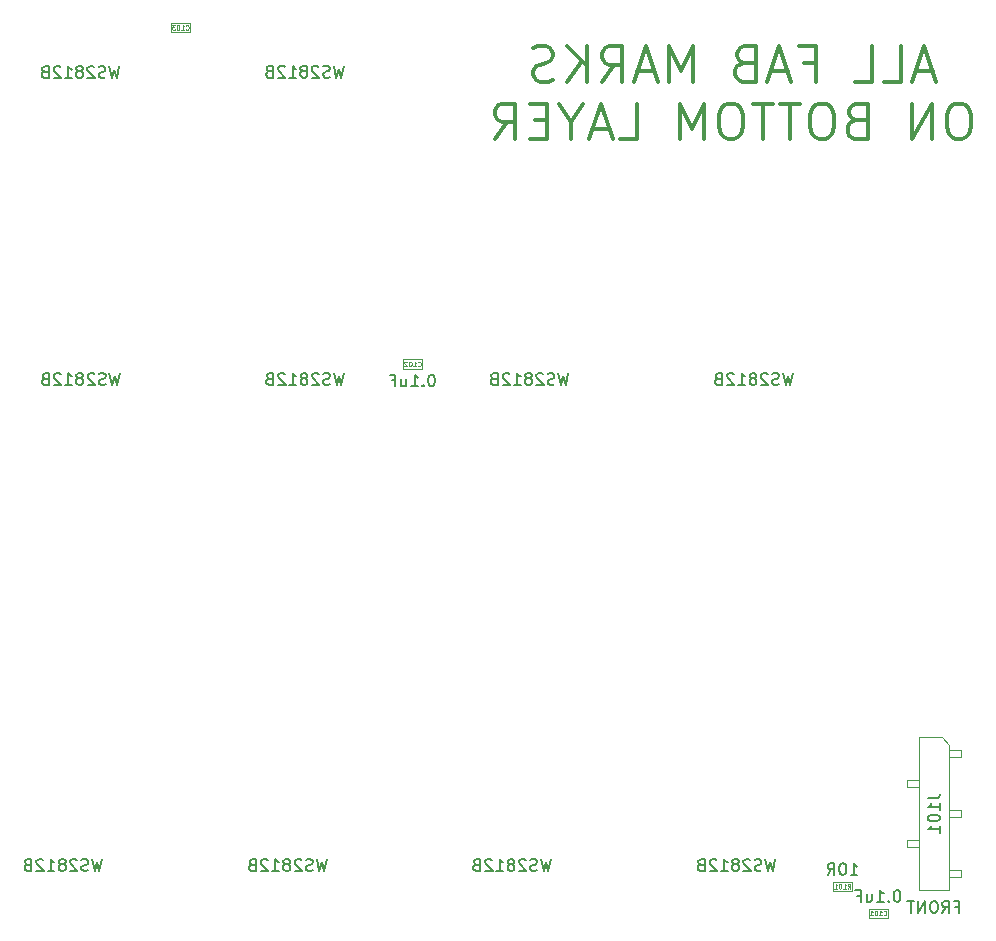
<source format=gbr>
%TF.GenerationSoftware,KiCad,Pcbnew,7.0.2*%
%TF.CreationDate,2023-07-16T23:24:56-06:00*%
%TF.ProjectId,dc31-front,64633331-2d66-4726-9f6e-742e6b696361,rev?*%
%TF.SameCoordinates,Original*%
%TF.FileFunction,AssemblyDrawing,Bot*%
%FSLAX46Y46*%
G04 Gerber Fmt 4.6, Leading zero omitted, Abs format (unit mm)*
G04 Created by KiCad (PCBNEW 7.0.2) date 2023-07-16 23:24:56*
%MOMM*%
%LPD*%
G01*
G04 APERTURE LIST*
%ADD10C,0.350000*%
%ADD11C,0.150000*%
%ADD12C,0.060000*%
%ADD13C,0.100000*%
G04 APERTURE END LIST*
D10*
X196903571Y-81950714D02*
X195475000Y-81950714D01*
X197189285Y-82807857D02*
X196189285Y-79807857D01*
X196189285Y-79807857D02*
X195189285Y-82807857D01*
X192760713Y-82807857D02*
X194189285Y-82807857D01*
X194189285Y-82807857D02*
X194189285Y-79807857D01*
X190332142Y-82807857D02*
X191760714Y-82807857D01*
X191760714Y-82807857D02*
X191760714Y-79807857D01*
X186046429Y-81236428D02*
X187046429Y-81236428D01*
X187046429Y-82807857D02*
X187046429Y-79807857D01*
X187046429Y-79807857D02*
X185617857Y-79807857D01*
X184617857Y-81950714D02*
X183189286Y-81950714D01*
X184903571Y-82807857D02*
X183903571Y-79807857D01*
X183903571Y-79807857D02*
X182903571Y-82807857D01*
X180903571Y-81236428D02*
X180474999Y-81379285D01*
X180474999Y-81379285D02*
X180332142Y-81522142D01*
X180332142Y-81522142D02*
X180189285Y-81807857D01*
X180189285Y-81807857D02*
X180189285Y-82236428D01*
X180189285Y-82236428D02*
X180332142Y-82522142D01*
X180332142Y-82522142D02*
X180474999Y-82665000D01*
X180474999Y-82665000D02*
X180760714Y-82807857D01*
X180760714Y-82807857D02*
X181903571Y-82807857D01*
X181903571Y-82807857D02*
X181903571Y-79807857D01*
X181903571Y-79807857D02*
X180903571Y-79807857D01*
X180903571Y-79807857D02*
X180617857Y-79950714D01*
X180617857Y-79950714D02*
X180474999Y-80093571D01*
X180474999Y-80093571D02*
X180332142Y-80379285D01*
X180332142Y-80379285D02*
X180332142Y-80665000D01*
X180332142Y-80665000D02*
X180474999Y-80950714D01*
X180474999Y-80950714D02*
X180617857Y-81093571D01*
X180617857Y-81093571D02*
X180903571Y-81236428D01*
X180903571Y-81236428D02*
X181903571Y-81236428D01*
X176617857Y-82807857D02*
X176617857Y-79807857D01*
X176617857Y-79807857D02*
X175617857Y-81950714D01*
X175617857Y-81950714D02*
X174617857Y-79807857D01*
X174617857Y-79807857D02*
X174617857Y-82807857D01*
X173332143Y-81950714D02*
X171903572Y-81950714D01*
X173617857Y-82807857D02*
X172617857Y-79807857D01*
X172617857Y-79807857D02*
X171617857Y-82807857D01*
X168903571Y-82807857D02*
X169903571Y-81379285D01*
X170617857Y-82807857D02*
X170617857Y-79807857D01*
X170617857Y-79807857D02*
X169475000Y-79807857D01*
X169475000Y-79807857D02*
X169189285Y-79950714D01*
X169189285Y-79950714D02*
X169046428Y-80093571D01*
X169046428Y-80093571D02*
X168903571Y-80379285D01*
X168903571Y-80379285D02*
X168903571Y-80807857D01*
X168903571Y-80807857D02*
X169046428Y-81093571D01*
X169046428Y-81093571D02*
X169189285Y-81236428D01*
X169189285Y-81236428D02*
X169475000Y-81379285D01*
X169475000Y-81379285D02*
X170617857Y-81379285D01*
X167617857Y-82807857D02*
X167617857Y-79807857D01*
X165903571Y-82807857D02*
X167189285Y-81093571D01*
X165903571Y-79807857D02*
X167617857Y-81522142D01*
X164760714Y-82665000D02*
X164332143Y-82807857D01*
X164332143Y-82807857D02*
X163617857Y-82807857D01*
X163617857Y-82807857D02*
X163332143Y-82665000D01*
X163332143Y-82665000D02*
X163189285Y-82522142D01*
X163189285Y-82522142D02*
X163046428Y-82236428D01*
X163046428Y-82236428D02*
X163046428Y-81950714D01*
X163046428Y-81950714D02*
X163189285Y-81665000D01*
X163189285Y-81665000D02*
X163332143Y-81522142D01*
X163332143Y-81522142D02*
X163617857Y-81379285D01*
X163617857Y-81379285D02*
X164189285Y-81236428D01*
X164189285Y-81236428D02*
X164475000Y-81093571D01*
X164475000Y-81093571D02*
X164617857Y-80950714D01*
X164617857Y-80950714D02*
X164760714Y-80665000D01*
X164760714Y-80665000D02*
X164760714Y-80379285D01*
X164760714Y-80379285D02*
X164617857Y-80093571D01*
X164617857Y-80093571D02*
X164475000Y-79950714D01*
X164475000Y-79950714D02*
X164189285Y-79807857D01*
X164189285Y-79807857D02*
X163475000Y-79807857D01*
X163475000Y-79807857D02*
X163046428Y-79950714D01*
X199403570Y-84667857D02*
X198832142Y-84667857D01*
X198832142Y-84667857D02*
X198546427Y-84810714D01*
X198546427Y-84810714D02*
X198260713Y-85096428D01*
X198260713Y-85096428D02*
X198117856Y-85667857D01*
X198117856Y-85667857D02*
X198117856Y-86667857D01*
X198117856Y-86667857D02*
X198260713Y-87239285D01*
X198260713Y-87239285D02*
X198546427Y-87525000D01*
X198546427Y-87525000D02*
X198832142Y-87667857D01*
X198832142Y-87667857D02*
X199403570Y-87667857D01*
X199403570Y-87667857D02*
X199689285Y-87525000D01*
X199689285Y-87525000D02*
X199974999Y-87239285D01*
X199974999Y-87239285D02*
X200117856Y-86667857D01*
X200117856Y-86667857D02*
X200117856Y-85667857D01*
X200117856Y-85667857D02*
X199974999Y-85096428D01*
X199974999Y-85096428D02*
X199689285Y-84810714D01*
X199689285Y-84810714D02*
X199403570Y-84667857D01*
X196832142Y-87667857D02*
X196832142Y-84667857D01*
X196832142Y-84667857D02*
X195117856Y-87667857D01*
X195117856Y-87667857D02*
X195117856Y-84667857D01*
X190403571Y-86096428D02*
X189974999Y-86239285D01*
X189974999Y-86239285D02*
X189832142Y-86382142D01*
X189832142Y-86382142D02*
X189689285Y-86667857D01*
X189689285Y-86667857D02*
X189689285Y-87096428D01*
X189689285Y-87096428D02*
X189832142Y-87382142D01*
X189832142Y-87382142D02*
X189974999Y-87525000D01*
X189974999Y-87525000D02*
X190260714Y-87667857D01*
X190260714Y-87667857D02*
X191403571Y-87667857D01*
X191403571Y-87667857D02*
X191403571Y-84667857D01*
X191403571Y-84667857D02*
X190403571Y-84667857D01*
X190403571Y-84667857D02*
X190117857Y-84810714D01*
X190117857Y-84810714D02*
X189974999Y-84953571D01*
X189974999Y-84953571D02*
X189832142Y-85239285D01*
X189832142Y-85239285D02*
X189832142Y-85525000D01*
X189832142Y-85525000D02*
X189974999Y-85810714D01*
X189974999Y-85810714D02*
X190117857Y-85953571D01*
X190117857Y-85953571D02*
X190403571Y-86096428D01*
X190403571Y-86096428D02*
X191403571Y-86096428D01*
X187832142Y-84667857D02*
X187260714Y-84667857D01*
X187260714Y-84667857D02*
X186974999Y-84810714D01*
X186974999Y-84810714D02*
X186689285Y-85096428D01*
X186689285Y-85096428D02*
X186546428Y-85667857D01*
X186546428Y-85667857D02*
X186546428Y-86667857D01*
X186546428Y-86667857D02*
X186689285Y-87239285D01*
X186689285Y-87239285D02*
X186974999Y-87525000D01*
X186974999Y-87525000D02*
X187260714Y-87667857D01*
X187260714Y-87667857D02*
X187832142Y-87667857D01*
X187832142Y-87667857D02*
X188117857Y-87525000D01*
X188117857Y-87525000D02*
X188403571Y-87239285D01*
X188403571Y-87239285D02*
X188546428Y-86667857D01*
X188546428Y-86667857D02*
X188546428Y-85667857D01*
X188546428Y-85667857D02*
X188403571Y-85096428D01*
X188403571Y-85096428D02*
X188117857Y-84810714D01*
X188117857Y-84810714D02*
X187832142Y-84667857D01*
X185689285Y-84667857D02*
X183975000Y-84667857D01*
X184832142Y-87667857D02*
X184832142Y-84667857D01*
X183403571Y-84667857D02*
X181689286Y-84667857D01*
X182546428Y-87667857D02*
X182546428Y-84667857D01*
X180117857Y-84667857D02*
X179546429Y-84667857D01*
X179546429Y-84667857D02*
X179260714Y-84810714D01*
X179260714Y-84810714D02*
X178975000Y-85096428D01*
X178975000Y-85096428D02*
X178832143Y-85667857D01*
X178832143Y-85667857D02*
X178832143Y-86667857D01*
X178832143Y-86667857D02*
X178975000Y-87239285D01*
X178975000Y-87239285D02*
X179260714Y-87525000D01*
X179260714Y-87525000D02*
X179546429Y-87667857D01*
X179546429Y-87667857D02*
X180117857Y-87667857D01*
X180117857Y-87667857D02*
X180403572Y-87525000D01*
X180403572Y-87525000D02*
X180689286Y-87239285D01*
X180689286Y-87239285D02*
X180832143Y-86667857D01*
X180832143Y-86667857D02*
X180832143Y-85667857D01*
X180832143Y-85667857D02*
X180689286Y-85096428D01*
X180689286Y-85096428D02*
X180403572Y-84810714D01*
X180403572Y-84810714D02*
X180117857Y-84667857D01*
X177546429Y-87667857D02*
X177546429Y-84667857D01*
X177546429Y-84667857D02*
X176546429Y-86810714D01*
X176546429Y-86810714D02*
X175546429Y-84667857D01*
X175546429Y-84667857D02*
X175546429Y-87667857D01*
X170403572Y-87667857D02*
X171832144Y-87667857D01*
X171832144Y-87667857D02*
X171832144Y-84667857D01*
X169546430Y-86810714D02*
X168117859Y-86810714D01*
X169832144Y-87667857D02*
X168832144Y-84667857D01*
X168832144Y-84667857D02*
X167832144Y-87667857D01*
X166260715Y-86239285D02*
X166260715Y-87667857D01*
X167260715Y-84667857D02*
X166260715Y-86239285D01*
X166260715Y-86239285D02*
X165260715Y-84667857D01*
X164260715Y-86096428D02*
X163260715Y-86096428D01*
X162832143Y-87667857D02*
X164260715Y-87667857D01*
X164260715Y-87667857D02*
X164260715Y-84667857D01*
X164260715Y-84667857D02*
X162832143Y-84667857D01*
X159832143Y-87667857D02*
X160832143Y-86239285D01*
X161546429Y-87667857D02*
X161546429Y-84667857D01*
X161546429Y-84667857D02*
X160403572Y-84667857D01*
X160403572Y-84667857D02*
X160117857Y-84810714D01*
X160117857Y-84810714D02*
X159975000Y-84953571D01*
X159975000Y-84953571D02*
X159832143Y-85239285D01*
X159832143Y-85239285D02*
X159832143Y-85667857D01*
X159832143Y-85667857D02*
X159975000Y-85953571D01*
X159975000Y-85953571D02*
X160117857Y-86096428D01*
X160117857Y-86096428D02*
X160403572Y-86239285D01*
X160403572Y-86239285D02*
X161546429Y-86239285D01*
D11*
%TO.C,J101*%
X198815714Y-152668809D02*
X199149047Y-152668809D01*
X199149047Y-153192619D02*
X199149047Y-152192619D01*
X199149047Y-152192619D02*
X198672857Y-152192619D01*
X197720476Y-153192619D02*
X198053809Y-152716428D01*
X198291904Y-153192619D02*
X198291904Y-152192619D01*
X198291904Y-152192619D02*
X197910952Y-152192619D01*
X197910952Y-152192619D02*
X197815714Y-152240238D01*
X197815714Y-152240238D02*
X197768095Y-152287857D01*
X197768095Y-152287857D02*
X197720476Y-152383095D01*
X197720476Y-152383095D02*
X197720476Y-152525952D01*
X197720476Y-152525952D02*
X197768095Y-152621190D01*
X197768095Y-152621190D02*
X197815714Y-152668809D01*
X197815714Y-152668809D02*
X197910952Y-152716428D01*
X197910952Y-152716428D02*
X198291904Y-152716428D01*
X197101428Y-152192619D02*
X196910952Y-152192619D01*
X196910952Y-152192619D02*
X196815714Y-152240238D01*
X196815714Y-152240238D02*
X196720476Y-152335476D01*
X196720476Y-152335476D02*
X196672857Y-152525952D01*
X196672857Y-152525952D02*
X196672857Y-152859285D01*
X196672857Y-152859285D02*
X196720476Y-153049761D01*
X196720476Y-153049761D02*
X196815714Y-153145000D01*
X196815714Y-153145000D02*
X196910952Y-153192619D01*
X196910952Y-153192619D02*
X197101428Y-153192619D01*
X197101428Y-153192619D02*
X197196666Y-153145000D01*
X197196666Y-153145000D02*
X197291904Y-153049761D01*
X197291904Y-153049761D02*
X197339523Y-152859285D01*
X197339523Y-152859285D02*
X197339523Y-152525952D01*
X197339523Y-152525952D02*
X197291904Y-152335476D01*
X197291904Y-152335476D02*
X197196666Y-152240238D01*
X197196666Y-152240238D02*
X197101428Y-152192619D01*
X196244285Y-153192619D02*
X196244285Y-152192619D01*
X196244285Y-152192619D02*
X195672857Y-153192619D01*
X195672857Y-153192619D02*
X195672857Y-152192619D01*
X195339523Y-152192619D02*
X194768095Y-152192619D01*
X195053809Y-153192619D02*
X195053809Y-152192619D01*
X196492619Y-143494285D02*
X197206904Y-143494285D01*
X197206904Y-143494285D02*
X197349761Y-143446666D01*
X197349761Y-143446666D02*
X197445000Y-143351428D01*
X197445000Y-143351428D02*
X197492619Y-143208571D01*
X197492619Y-143208571D02*
X197492619Y-143113333D01*
X197492619Y-144494285D02*
X197492619Y-143922857D01*
X197492619Y-144208571D02*
X196492619Y-144208571D01*
X196492619Y-144208571D02*
X196635476Y-144113333D01*
X196635476Y-144113333D02*
X196730714Y-144018095D01*
X196730714Y-144018095D02*
X196778333Y-143922857D01*
X196492619Y-145113333D02*
X196492619Y-145208571D01*
X196492619Y-145208571D02*
X196540238Y-145303809D01*
X196540238Y-145303809D02*
X196587857Y-145351428D01*
X196587857Y-145351428D02*
X196683095Y-145399047D01*
X196683095Y-145399047D02*
X196873571Y-145446666D01*
X196873571Y-145446666D02*
X197111666Y-145446666D01*
X197111666Y-145446666D02*
X197302142Y-145399047D01*
X197302142Y-145399047D02*
X197397380Y-145351428D01*
X197397380Y-145351428D02*
X197445000Y-145303809D01*
X197445000Y-145303809D02*
X197492619Y-145208571D01*
X197492619Y-145208571D02*
X197492619Y-145113333D01*
X197492619Y-145113333D02*
X197445000Y-145018095D01*
X197445000Y-145018095D02*
X197397380Y-144970476D01*
X197397380Y-144970476D02*
X197302142Y-144922857D01*
X197302142Y-144922857D02*
X197111666Y-144875238D01*
X197111666Y-144875238D02*
X196873571Y-144875238D01*
X196873571Y-144875238D02*
X196683095Y-144922857D01*
X196683095Y-144922857D02*
X196587857Y-144970476D01*
X196587857Y-144970476D02*
X196540238Y-145018095D01*
X196540238Y-145018095D02*
X196492619Y-145113333D01*
X197492619Y-146399047D02*
X197492619Y-145827619D01*
X197492619Y-146113333D02*
X196492619Y-146113333D01*
X196492619Y-146113333D02*
X196635476Y-146018095D01*
X196635476Y-146018095D02*
X196730714Y-145922857D01*
X196730714Y-145922857D02*
X196778333Y-145827619D01*
D12*
%TO.C,C103*%
X133657618Y-78386952D02*
X133676666Y-78406000D01*
X133676666Y-78406000D02*
X133733808Y-78425047D01*
X133733808Y-78425047D02*
X133771904Y-78425047D01*
X133771904Y-78425047D02*
X133829047Y-78406000D01*
X133829047Y-78406000D02*
X133867142Y-78367904D01*
X133867142Y-78367904D02*
X133886189Y-78329809D01*
X133886189Y-78329809D02*
X133905237Y-78253619D01*
X133905237Y-78253619D02*
X133905237Y-78196476D01*
X133905237Y-78196476D02*
X133886189Y-78120285D01*
X133886189Y-78120285D02*
X133867142Y-78082190D01*
X133867142Y-78082190D02*
X133829047Y-78044095D01*
X133829047Y-78044095D02*
X133771904Y-78025047D01*
X133771904Y-78025047D02*
X133733808Y-78025047D01*
X133733808Y-78025047D02*
X133676666Y-78044095D01*
X133676666Y-78044095D02*
X133657618Y-78063142D01*
X133276666Y-78425047D02*
X133505237Y-78425047D01*
X133390951Y-78425047D02*
X133390951Y-78025047D01*
X133390951Y-78025047D02*
X133429047Y-78082190D01*
X133429047Y-78082190D02*
X133467142Y-78120285D01*
X133467142Y-78120285D02*
X133505237Y-78139333D01*
X133029047Y-78025047D02*
X132990952Y-78025047D01*
X132990952Y-78025047D02*
X132952856Y-78044095D01*
X132952856Y-78044095D02*
X132933809Y-78063142D01*
X132933809Y-78063142D02*
X132914761Y-78101238D01*
X132914761Y-78101238D02*
X132895714Y-78177428D01*
X132895714Y-78177428D02*
X132895714Y-78272666D01*
X132895714Y-78272666D02*
X132914761Y-78348857D01*
X132914761Y-78348857D02*
X132933809Y-78386952D01*
X132933809Y-78386952D02*
X132952856Y-78406000D01*
X132952856Y-78406000D02*
X132990952Y-78425047D01*
X132990952Y-78425047D02*
X133029047Y-78425047D01*
X133029047Y-78425047D02*
X133067142Y-78406000D01*
X133067142Y-78406000D02*
X133086190Y-78386952D01*
X133086190Y-78386952D02*
X133105237Y-78348857D01*
X133105237Y-78348857D02*
X133124285Y-78272666D01*
X133124285Y-78272666D02*
X133124285Y-78177428D01*
X133124285Y-78177428D02*
X133105237Y-78101238D01*
X133105237Y-78101238D02*
X133086190Y-78063142D01*
X133086190Y-78063142D02*
X133067142Y-78044095D01*
X133067142Y-78044095D02*
X133029047Y-78025047D01*
X132762381Y-78025047D02*
X132514762Y-78025047D01*
X132514762Y-78025047D02*
X132648095Y-78177428D01*
X132648095Y-78177428D02*
X132590952Y-78177428D01*
X132590952Y-78177428D02*
X132552857Y-78196476D01*
X132552857Y-78196476D02*
X132533809Y-78215523D01*
X132533809Y-78215523D02*
X132514762Y-78253619D01*
X132514762Y-78253619D02*
X132514762Y-78348857D01*
X132514762Y-78348857D02*
X132533809Y-78386952D01*
X132533809Y-78386952D02*
X132552857Y-78406000D01*
X132552857Y-78406000D02*
X132590952Y-78425047D01*
X132590952Y-78425047D02*
X132705238Y-78425047D01*
X132705238Y-78425047D02*
X132743333Y-78406000D01*
X132743333Y-78406000D02*
X132762381Y-78386952D01*
D11*
%TO.C,C102*%
X154512856Y-107622619D02*
X154417618Y-107622619D01*
X154417618Y-107622619D02*
X154322380Y-107670238D01*
X154322380Y-107670238D02*
X154274761Y-107717857D01*
X154274761Y-107717857D02*
X154227142Y-107813095D01*
X154227142Y-107813095D02*
X154179523Y-108003571D01*
X154179523Y-108003571D02*
X154179523Y-108241666D01*
X154179523Y-108241666D02*
X154227142Y-108432142D01*
X154227142Y-108432142D02*
X154274761Y-108527380D01*
X154274761Y-108527380D02*
X154322380Y-108575000D01*
X154322380Y-108575000D02*
X154417618Y-108622619D01*
X154417618Y-108622619D02*
X154512856Y-108622619D01*
X154512856Y-108622619D02*
X154608094Y-108575000D01*
X154608094Y-108575000D02*
X154655713Y-108527380D01*
X154655713Y-108527380D02*
X154703332Y-108432142D01*
X154703332Y-108432142D02*
X154750951Y-108241666D01*
X154750951Y-108241666D02*
X154750951Y-108003571D01*
X154750951Y-108003571D02*
X154703332Y-107813095D01*
X154703332Y-107813095D02*
X154655713Y-107717857D01*
X154655713Y-107717857D02*
X154608094Y-107670238D01*
X154608094Y-107670238D02*
X154512856Y-107622619D01*
X153750951Y-108527380D02*
X153703332Y-108575000D01*
X153703332Y-108575000D02*
X153750951Y-108622619D01*
X153750951Y-108622619D02*
X153798570Y-108575000D01*
X153798570Y-108575000D02*
X153750951Y-108527380D01*
X153750951Y-108527380D02*
X153750951Y-108622619D01*
X152750952Y-108622619D02*
X153322380Y-108622619D01*
X153036666Y-108622619D02*
X153036666Y-107622619D01*
X153036666Y-107622619D02*
X153131904Y-107765476D01*
X153131904Y-107765476D02*
X153227142Y-107860714D01*
X153227142Y-107860714D02*
X153322380Y-107908333D01*
X151893809Y-107955952D02*
X151893809Y-108622619D01*
X152322380Y-107955952D02*
X152322380Y-108479761D01*
X152322380Y-108479761D02*
X152274761Y-108575000D01*
X152274761Y-108575000D02*
X152179523Y-108622619D01*
X152179523Y-108622619D02*
X152036666Y-108622619D01*
X152036666Y-108622619D02*
X151941428Y-108575000D01*
X151941428Y-108575000D02*
X151893809Y-108527380D01*
X151084285Y-108098809D02*
X151417618Y-108098809D01*
X151417618Y-108622619D02*
X151417618Y-107622619D01*
X151417618Y-107622619D02*
X150941428Y-107622619D01*
D12*
X153317618Y-106876952D02*
X153336666Y-106896000D01*
X153336666Y-106896000D02*
X153393808Y-106915047D01*
X153393808Y-106915047D02*
X153431904Y-106915047D01*
X153431904Y-106915047D02*
X153489047Y-106896000D01*
X153489047Y-106896000D02*
X153527142Y-106857904D01*
X153527142Y-106857904D02*
X153546189Y-106819809D01*
X153546189Y-106819809D02*
X153565237Y-106743619D01*
X153565237Y-106743619D02*
X153565237Y-106686476D01*
X153565237Y-106686476D02*
X153546189Y-106610285D01*
X153546189Y-106610285D02*
X153527142Y-106572190D01*
X153527142Y-106572190D02*
X153489047Y-106534095D01*
X153489047Y-106534095D02*
X153431904Y-106515047D01*
X153431904Y-106515047D02*
X153393808Y-106515047D01*
X153393808Y-106515047D02*
X153336666Y-106534095D01*
X153336666Y-106534095D02*
X153317618Y-106553142D01*
X152936666Y-106915047D02*
X153165237Y-106915047D01*
X153050951Y-106915047D02*
X153050951Y-106515047D01*
X153050951Y-106515047D02*
X153089047Y-106572190D01*
X153089047Y-106572190D02*
X153127142Y-106610285D01*
X153127142Y-106610285D02*
X153165237Y-106629333D01*
X152689047Y-106515047D02*
X152650952Y-106515047D01*
X152650952Y-106515047D02*
X152612856Y-106534095D01*
X152612856Y-106534095D02*
X152593809Y-106553142D01*
X152593809Y-106553142D02*
X152574761Y-106591238D01*
X152574761Y-106591238D02*
X152555714Y-106667428D01*
X152555714Y-106667428D02*
X152555714Y-106762666D01*
X152555714Y-106762666D02*
X152574761Y-106838857D01*
X152574761Y-106838857D02*
X152593809Y-106876952D01*
X152593809Y-106876952D02*
X152612856Y-106896000D01*
X152612856Y-106896000D02*
X152650952Y-106915047D01*
X152650952Y-106915047D02*
X152689047Y-106915047D01*
X152689047Y-106915047D02*
X152727142Y-106896000D01*
X152727142Y-106896000D02*
X152746190Y-106876952D01*
X152746190Y-106876952D02*
X152765237Y-106838857D01*
X152765237Y-106838857D02*
X152784285Y-106762666D01*
X152784285Y-106762666D02*
X152784285Y-106667428D01*
X152784285Y-106667428D02*
X152765237Y-106591238D01*
X152765237Y-106591238D02*
X152746190Y-106553142D01*
X152746190Y-106553142D02*
X152727142Y-106534095D01*
X152727142Y-106534095D02*
X152689047Y-106515047D01*
X152403333Y-106553142D02*
X152384285Y-106534095D01*
X152384285Y-106534095D02*
X152346190Y-106515047D01*
X152346190Y-106515047D02*
X152250952Y-106515047D01*
X152250952Y-106515047D02*
X152212857Y-106534095D01*
X152212857Y-106534095D02*
X152193809Y-106553142D01*
X152193809Y-106553142D02*
X152174762Y-106591238D01*
X152174762Y-106591238D02*
X152174762Y-106629333D01*
X152174762Y-106629333D02*
X152193809Y-106686476D01*
X152193809Y-106686476D02*
X152422381Y-106915047D01*
X152422381Y-106915047D02*
X152174762Y-106915047D01*
D11*
%TO.C,C101*%
X193932856Y-151257619D02*
X193837618Y-151257619D01*
X193837618Y-151257619D02*
X193742380Y-151305238D01*
X193742380Y-151305238D02*
X193694761Y-151352857D01*
X193694761Y-151352857D02*
X193647142Y-151448095D01*
X193647142Y-151448095D02*
X193599523Y-151638571D01*
X193599523Y-151638571D02*
X193599523Y-151876666D01*
X193599523Y-151876666D02*
X193647142Y-152067142D01*
X193647142Y-152067142D02*
X193694761Y-152162380D01*
X193694761Y-152162380D02*
X193742380Y-152210000D01*
X193742380Y-152210000D02*
X193837618Y-152257619D01*
X193837618Y-152257619D02*
X193932856Y-152257619D01*
X193932856Y-152257619D02*
X194028094Y-152210000D01*
X194028094Y-152210000D02*
X194075713Y-152162380D01*
X194075713Y-152162380D02*
X194123332Y-152067142D01*
X194123332Y-152067142D02*
X194170951Y-151876666D01*
X194170951Y-151876666D02*
X194170951Y-151638571D01*
X194170951Y-151638571D02*
X194123332Y-151448095D01*
X194123332Y-151448095D02*
X194075713Y-151352857D01*
X194075713Y-151352857D02*
X194028094Y-151305238D01*
X194028094Y-151305238D02*
X193932856Y-151257619D01*
X193170951Y-152162380D02*
X193123332Y-152210000D01*
X193123332Y-152210000D02*
X193170951Y-152257619D01*
X193170951Y-152257619D02*
X193218570Y-152210000D01*
X193218570Y-152210000D02*
X193170951Y-152162380D01*
X193170951Y-152162380D02*
X193170951Y-152257619D01*
X192170952Y-152257619D02*
X192742380Y-152257619D01*
X192456666Y-152257619D02*
X192456666Y-151257619D01*
X192456666Y-151257619D02*
X192551904Y-151400476D01*
X192551904Y-151400476D02*
X192647142Y-151495714D01*
X192647142Y-151495714D02*
X192742380Y-151543333D01*
X191313809Y-151590952D02*
X191313809Y-152257619D01*
X191742380Y-151590952D02*
X191742380Y-152114761D01*
X191742380Y-152114761D02*
X191694761Y-152210000D01*
X191694761Y-152210000D02*
X191599523Y-152257619D01*
X191599523Y-152257619D02*
X191456666Y-152257619D01*
X191456666Y-152257619D02*
X191361428Y-152210000D01*
X191361428Y-152210000D02*
X191313809Y-152162380D01*
X190504285Y-151733809D02*
X190837618Y-151733809D01*
X190837618Y-152257619D02*
X190837618Y-151257619D01*
X190837618Y-151257619D02*
X190361428Y-151257619D01*
D12*
X192737618Y-153371952D02*
X192756666Y-153391000D01*
X192756666Y-153391000D02*
X192813808Y-153410047D01*
X192813808Y-153410047D02*
X192851904Y-153410047D01*
X192851904Y-153410047D02*
X192909047Y-153391000D01*
X192909047Y-153391000D02*
X192947142Y-153352904D01*
X192947142Y-153352904D02*
X192966189Y-153314809D01*
X192966189Y-153314809D02*
X192985237Y-153238619D01*
X192985237Y-153238619D02*
X192985237Y-153181476D01*
X192985237Y-153181476D02*
X192966189Y-153105285D01*
X192966189Y-153105285D02*
X192947142Y-153067190D01*
X192947142Y-153067190D02*
X192909047Y-153029095D01*
X192909047Y-153029095D02*
X192851904Y-153010047D01*
X192851904Y-153010047D02*
X192813808Y-153010047D01*
X192813808Y-153010047D02*
X192756666Y-153029095D01*
X192756666Y-153029095D02*
X192737618Y-153048142D01*
X192356666Y-153410047D02*
X192585237Y-153410047D01*
X192470951Y-153410047D02*
X192470951Y-153010047D01*
X192470951Y-153010047D02*
X192509047Y-153067190D01*
X192509047Y-153067190D02*
X192547142Y-153105285D01*
X192547142Y-153105285D02*
X192585237Y-153124333D01*
X192109047Y-153010047D02*
X192070952Y-153010047D01*
X192070952Y-153010047D02*
X192032856Y-153029095D01*
X192032856Y-153029095D02*
X192013809Y-153048142D01*
X192013809Y-153048142D02*
X191994761Y-153086238D01*
X191994761Y-153086238D02*
X191975714Y-153162428D01*
X191975714Y-153162428D02*
X191975714Y-153257666D01*
X191975714Y-153257666D02*
X191994761Y-153333857D01*
X191994761Y-153333857D02*
X192013809Y-153371952D01*
X192013809Y-153371952D02*
X192032856Y-153391000D01*
X192032856Y-153391000D02*
X192070952Y-153410047D01*
X192070952Y-153410047D02*
X192109047Y-153410047D01*
X192109047Y-153410047D02*
X192147142Y-153391000D01*
X192147142Y-153391000D02*
X192166190Y-153371952D01*
X192166190Y-153371952D02*
X192185237Y-153333857D01*
X192185237Y-153333857D02*
X192204285Y-153257666D01*
X192204285Y-153257666D02*
X192204285Y-153162428D01*
X192204285Y-153162428D02*
X192185237Y-153086238D01*
X192185237Y-153086238D02*
X192166190Y-153048142D01*
X192166190Y-153048142D02*
X192147142Y-153029095D01*
X192147142Y-153029095D02*
X192109047Y-153010047D01*
X191594762Y-153410047D02*
X191823333Y-153410047D01*
X191709047Y-153410047D02*
X191709047Y-153010047D01*
X191709047Y-153010047D02*
X191747143Y-153067190D01*
X191747143Y-153067190D02*
X191785238Y-153105285D01*
X191785238Y-153105285D02*
X191823333Y-153124333D01*
D11*
%TO.C,D110*%
X147039523Y-81472619D02*
X146801428Y-82472619D01*
X146801428Y-82472619D02*
X146610952Y-81758333D01*
X146610952Y-81758333D02*
X146420476Y-82472619D01*
X146420476Y-82472619D02*
X146182381Y-81472619D01*
X145849047Y-82425000D02*
X145706190Y-82472619D01*
X145706190Y-82472619D02*
X145468095Y-82472619D01*
X145468095Y-82472619D02*
X145372857Y-82425000D01*
X145372857Y-82425000D02*
X145325238Y-82377380D01*
X145325238Y-82377380D02*
X145277619Y-82282142D01*
X145277619Y-82282142D02*
X145277619Y-82186904D01*
X145277619Y-82186904D02*
X145325238Y-82091666D01*
X145325238Y-82091666D02*
X145372857Y-82044047D01*
X145372857Y-82044047D02*
X145468095Y-81996428D01*
X145468095Y-81996428D02*
X145658571Y-81948809D01*
X145658571Y-81948809D02*
X145753809Y-81901190D01*
X145753809Y-81901190D02*
X145801428Y-81853571D01*
X145801428Y-81853571D02*
X145849047Y-81758333D01*
X145849047Y-81758333D02*
X145849047Y-81663095D01*
X145849047Y-81663095D02*
X145801428Y-81567857D01*
X145801428Y-81567857D02*
X145753809Y-81520238D01*
X145753809Y-81520238D02*
X145658571Y-81472619D01*
X145658571Y-81472619D02*
X145420476Y-81472619D01*
X145420476Y-81472619D02*
X145277619Y-81520238D01*
X144896666Y-81567857D02*
X144849047Y-81520238D01*
X144849047Y-81520238D02*
X144753809Y-81472619D01*
X144753809Y-81472619D02*
X144515714Y-81472619D01*
X144515714Y-81472619D02*
X144420476Y-81520238D01*
X144420476Y-81520238D02*
X144372857Y-81567857D01*
X144372857Y-81567857D02*
X144325238Y-81663095D01*
X144325238Y-81663095D02*
X144325238Y-81758333D01*
X144325238Y-81758333D02*
X144372857Y-81901190D01*
X144372857Y-81901190D02*
X144944285Y-82472619D01*
X144944285Y-82472619D02*
X144325238Y-82472619D01*
X143753809Y-81901190D02*
X143849047Y-81853571D01*
X143849047Y-81853571D02*
X143896666Y-81805952D01*
X143896666Y-81805952D02*
X143944285Y-81710714D01*
X143944285Y-81710714D02*
X143944285Y-81663095D01*
X143944285Y-81663095D02*
X143896666Y-81567857D01*
X143896666Y-81567857D02*
X143849047Y-81520238D01*
X143849047Y-81520238D02*
X143753809Y-81472619D01*
X143753809Y-81472619D02*
X143563333Y-81472619D01*
X143563333Y-81472619D02*
X143468095Y-81520238D01*
X143468095Y-81520238D02*
X143420476Y-81567857D01*
X143420476Y-81567857D02*
X143372857Y-81663095D01*
X143372857Y-81663095D02*
X143372857Y-81710714D01*
X143372857Y-81710714D02*
X143420476Y-81805952D01*
X143420476Y-81805952D02*
X143468095Y-81853571D01*
X143468095Y-81853571D02*
X143563333Y-81901190D01*
X143563333Y-81901190D02*
X143753809Y-81901190D01*
X143753809Y-81901190D02*
X143849047Y-81948809D01*
X143849047Y-81948809D02*
X143896666Y-81996428D01*
X143896666Y-81996428D02*
X143944285Y-82091666D01*
X143944285Y-82091666D02*
X143944285Y-82282142D01*
X143944285Y-82282142D02*
X143896666Y-82377380D01*
X143896666Y-82377380D02*
X143849047Y-82425000D01*
X143849047Y-82425000D02*
X143753809Y-82472619D01*
X143753809Y-82472619D02*
X143563333Y-82472619D01*
X143563333Y-82472619D02*
X143468095Y-82425000D01*
X143468095Y-82425000D02*
X143420476Y-82377380D01*
X143420476Y-82377380D02*
X143372857Y-82282142D01*
X143372857Y-82282142D02*
X143372857Y-82091666D01*
X143372857Y-82091666D02*
X143420476Y-81996428D01*
X143420476Y-81996428D02*
X143468095Y-81948809D01*
X143468095Y-81948809D02*
X143563333Y-81901190D01*
X142420476Y-82472619D02*
X142991904Y-82472619D01*
X142706190Y-82472619D02*
X142706190Y-81472619D01*
X142706190Y-81472619D02*
X142801428Y-81615476D01*
X142801428Y-81615476D02*
X142896666Y-81710714D01*
X142896666Y-81710714D02*
X142991904Y-81758333D01*
X142039523Y-81567857D02*
X141991904Y-81520238D01*
X141991904Y-81520238D02*
X141896666Y-81472619D01*
X141896666Y-81472619D02*
X141658571Y-81472619D01*
X141658571Y-81472619D02*
X141563333Y-81520238D01*
X141563333Y-81520238D02*
X141515714Y-81567857D01*
X141515714Y-81567857D02*
X141468095Y-81663095D01*
X141468095Y-81663095D02*
X141468095Y-81758333D01*
X141468095Y-81758333D02*
X141515714Y-81901190D01*
X141515714Y-81901190D02*
X142087142Y-82472619D01*
X142087142Y-82472619D02*
X141468095Y-82472619D01*
X140706190Y-81948809D02*
X140563333Y-81996428D01*
X140563333Y-81996428D02*
X140515714Y-82044047D01*
X140515714Y-82044047D02*
X140468095Y-82139285D01*
X140468095Y-82139285D02*
X140468095Y-82282142D01*
X140468095Y-82282142D02*
X140515714Y-82377380D01*
X140515714Y-82377380D02*
X140563333Y-82425000D01*
X140563333Y-82425000D02*
X140658571Y-82472619D01*
X140658571Y-82472619D02*
X141039523Y-82472619D01*
X141039523Y-82472619D02*
X141039523Y-81472619D01*
X141039523Y-81472619D02*
X140706190Y-81472619D01*
X140706190Y-81472619D02*
X140610952Y-81520238D01*
X140610952Y-81520238D02*
X140563333Y-81567857D01*
X140563333Y-81567857D02*
X140515714Y-81663095D01*
X140515714Y-81663095D02*
X140515714Y-81758333D01*
X140515714Y-81758333D02*
X140563333Y-81853571D01*
X140563333Y-81853571D02*
X140610952Y-81901190D01*
X140610952Y-81901190D02*
X140706190Y-81948809D01*
X140706190Y-81948809D02*
X141039523Y-81948809D01*
%TO.C,D109*%
X128049523Y-81502619D02*
X127811428Y-82502619D01*
X127811428Y-82502619D02*
X127620952Y-81788333D01*
X127620952Y-81788333D02*
X127430476Y-82502619D01*
X127430476Y-82502619D02*
X127192381Y-81502619D01*
X126859047Y-82455000D02*
X126716190Y-82502619D01*
X126716190Y-82502619D02*
X126478095Y-82502619D01*
X126478095Y-82502619D02*
X126382857Y-82455000D01*
X126382857Y-82455000D02*
X126335238Y-82407380D01*
X126335238Y-82407380D02*
X126287619Y-82312142D01*
X126287619Y-82312142D02*
X126287619Y-82216904D01*
X126287619Y-82216904D02*
X126335238Y-82121666D01*
X126335238Y-82121666D02*
X126382857Y-82074047D01*
X126382857Y-82074047D02*
X126478095Y-82026428D01*
X126478095Y-82026428D02*
X126668571Y-81978809D01*
X126668571Y-81978809D02*
X126763809Y-81931190D01*
X126763809Y-81931190D02*
X126811428Y-81883571D01*
X126811428Y-81883571D02*
X126859047Y-81788333D01*
X126859047Y-81788333D02*
X126859047Y-81693095D01*
X126859047Y-81693095D02*
X126811428Y-81597857D01*
X126811428Y-81597857D02*
X126763809Y-81550238D01*
X126763809Y-81550238D02*
X126668571Y-81502619D01*
X126668571Y-81502619D02*
X126430476Y-81502619D01*
X126430476Y-81502619D02*
X126287619Y-81550238D01*
X125906666Y-81597857D02*
X125859047Y-81550238D01*
X125859047Y-81550238D02*
X125763809Y-81502619D01*
X125763809Y-81502619D02*
X125525714Y-81502619D01*
X125525714Y-81502619D02*
X125430476Y-81550238D01*
X125430476Y-81550238D02*
X125382857Y-81597857D01*
X125382857Y-81597857D02*
X125335238Y-81693095D01*
X125335238Y-81693095D02*
X125335238Y-81788333D01*
X125335238Y-81788333D02*
X125382857Y-81931190D01*
X125382857Y-81931190D02*
X125954285Y-82502619D01*
X125954285Y-82502619D02*
X125335238Y-82502619D01*
X124763809Y-81931190D02*
X124859047Y-81883571D01*
X124859047Y-81883571D02*
X124906666Y-81835952D01*
X124906666Y-81835952D02*
X124954285Y-81740714D01*
X124954285Y-81740714D02*
X124954285Y-81693095D01*
X124954285Y-81693095D02*
X124906666Y-81597857D01*
X124906666Y-81597857D02*
X124859047Y-81550238D01*
X124859047Y-81550238D02*
X124763809Y-81502619D01*
X124763809Y-81502619D02*
X124573333Y-81502619D01*
X124573333Y-81502619D02*
X124478095Y-81550238D01*
X124478095Y-81550238D02*
X124430476Y-81597857D01*
X124430476Y-81597857D02*
X124382857Y-81693095D01*
X124382857Y-81693095D02*
X124382857Y-81740714D01*
X124382857Y-81740714D02*
X124430476Y-81835952D01*
X124430476Y-81835952D02*
X124478095Y-81883571D01*
X124478095Y-81883571D02*
X124573333Y-81931190D01*
X124573333Y-81931190D02*
X124763809Y-81931190D01*
X124763809Y-81931190D02*
X124859047Y-81978809D01*
X124859047Y-81978809D02*
X124906666Y-82026428D01*
X124906666Y-82026428D02*
X124954285Y-82121666D01*
X124954285Y-82121666D02*
X124954285Y-82312142D01*
X124954285Y-82312142D02*
X124906666Y-82407380D01*
X124906666Y-82407380D02*
X124859047Y-82455000D01*
X124859047Y-82455000D02*
X124763809Y-82502619D01*
X124763809Y-82502619D02*
X124573333Y-82502619D01*
X124573333Y-82502619D02*
X124478095Y-82455000D01*
X124478095Y-82455000D02*
X124430476Y-82407380D01*
X124430476Y-82407380D02*
X124382857Y-82312142D01*
X124382857Y-82312142D02*
X124382857Y-82121666D01*
X124382857Y-82121666D02*
X124430476Y-82026428D01*
X124430476Y-82026428D02*
X124478095Y-81978809D01*
X124478095Y-81978809D02*
X124573333Y-81931190D01*
X123430476Y-82502619D02*
X124001904Y-82502619D01*
X123716190Y-82502619D02*
X123716190Y-81502619D01*
X123716190Y-81502619D02*
X123811428Y-81645476D01*
X123811428Y-81645476D02*
X123906666Y-81740714D01*
X123906666Y-81740714D02*
X124001904Y-81788333D01*
X123049523Y-81597857D02*
X123001904Y-81550238D01*
X123001904Y-81550238D02*
X122906666Y-81502619D01*
X122906666Y-81502619D02*
X122668571Y-81502619D01*
X122668571Y-81502619D02*
X122573333Y-81550238D01*
X122573333Y-81550238D02*
X122525714Y-81597857D01*
X122525714Y-81597857D02*
X122478095Y-81693095D01*
X122478095Y-81693095D02*
X122478095Y-81788333D01*
X122478095Y-81788333D02*
X122525714Y-81931190D01*
X122525714Y-81931190D02*
X123097142Y-82502619D01*
X123097142Y-82502619D02*
X122478095Y-82502619D01*
X121716190Y-81978809D02*
X121573333Y-82026428D01*
X121573333Y-82026428D02*
X121525714Y-82074047D01*
X121525714Y-82074047D02*
X121478095Y-82169285D01*
X121478095Y-82169285D02*
X121478095Y-82312142D01*
X121478095Y-82312142D02*
X121525714Y-82407380D01*
X121525714Y-82407380D02*
X121573333Y-82455000D01*
X121573333Y-82455000D02*
X121668571Y-82502619D01*
X121668571Y-82502619D02*
X122049523Y-82502619D01*
X122049523Y-82502619D02*
X122049523Y-81502619D01*
X122049523Y-81502619D02*
X121716190Y-81502619D01*
X121716190Y-81502619D02*
X121620952Y-81550238D01*
X121620952Y-81550238D02*
X121573333Y-81597857D01*
X121573333Y-81597857D02*
X121525714Y-81693095D01*
X121525714Y-81693095D02*
X121525714Y-81788333D01*
X121525714Y-81788333D02*
X121573333Y-81883571D01*
X121573333Y-81883571D02*
X121620952Y-81931190D01*
X121620952Y-81931190D02*
X121716190Y-81978809D01*
X121716190Y-81978809D02*
X122049523Y-81978809D01*
%TO.C,D108*%
X185059523Y-107482619D02*
X184821428Y-108482619D01*
X184821428Y-108482619D02*
X184630952Y-107768333D01*
X184630952Y-107768333D02*
X184440476Y-108482619D01*
X184440476Y-108482619D02*
X184202381Y-107482619D01*
X183869047Y-108435000D02*
X183726190Y-108482619D01*
X183726190Y-108482619D02*
X183488095Y-108482619D01*
X183488095Y-108482619D02*
X183392857Y-108435000D01*
X183392857Y-108435000D02*
X183345238Y-108387380D01*
X183345238Y-108387380D02*
X183297619Y-108292142D01*
X183297619Y-108292142D02*
X183297619Y-108196904D01*
X183297619Y-108196904D02*
X183345238Y-108101666D01*
X183345238Y-108101666D02*
X183392857Y-108054047D01*
X183392857Y-108054047D02*
X183488095Y-108006428D01*
X183488095Y-108006428D02*
X183678571Y-107958809D01*
X183678571Y-107958809D02*
X183773809Y-107911190D01*
X183773809Y-107911190D02*
X183821428Y-107863571D01*
X183821428Y-107863571D02*
X183869047Y-107768333D01*
X183869047Y-107768333D02*
X183869047Y-107673095D01*
X183869047Y-107673095D02*
X183821428Y-107577857D01*
X183821428Y-107577857D02*
X183773809Y-107530238D01*
X183773809Y-107530238D02*
X183678571Y-107482619D01*
X183678571Y-107482619D02*
X183440476Y-107482619D01*
X183440476Y-107482619D02*
X183297619Y-107530238D01*
X182916666Y-107577857D02*
X182869047Y-107530238D01*
X182869047Y-107530238D02*
X182773809Y-107482619D01*
X182773809Y-107482619D02*
X182535714Y-107482619D01*
X182535714Y-107482619D02*
X182440476Y-107530238D01*
X182440476Y-107530238D02*
X182392857Y-107577857D01*
X182392857Y-107577857D02*
X182345238Y-107673095D01*
X182345238Y-107673095D02*
X182345238Y-107768333D01*
X182345238Y-107768333D02*
X182392857Y-107911190D01*
X182392857Y-107911190D02*
X182964285Y-108482619D01*
X182964285Y-108482619D02*
X182345238Y-108482619D01*
X181773809Y-107911190D02*
X181869047Y-107863571D01*
X181869047Y-107863571D02*
X181916666Y-107815952D01*
X181916666Y-107815952D02*
X181964285Y-107720714D01*
X181964285Y-107720714D02*
X181964285Y-107673095D01*
X181964285Y-107673095D02*
X181916666Y-107577857D01*
X181916666Y-107577857D02*
X181869047Y-107530238D01*
X181869047Y-107530238D02*
X181773809Y-107482619D01*
X181773809Y-107482619D02*
X181583333Y-107482619D01*
X181583333Y-107482619D02*
X181488095Y-107530238D01*
X181488095Y-107530238D02*
X181440476Y-107577857D01*
X181440476Y-107577857D02*
X181392857Y-107673095D01*
X181392857Y-107673095D02*
X181392857Y-107720714D01*
X181392857Y-107720714D02*
X181440476Y-107815952D01*
X181440476Y-107815952D02*
X181488095Y-107863571D01*
X181488095Y-107863571D02*
X181583333Y-107911190D01*
X181583333Y-107911190D02*
X181773809Y-107911190D01*
X181773809Y-107911190D02*
X181869047Y-107958809D01*
X181869047Y-107958809D02*
X181916666Y-108006428D01*
X181916666Y-108006428D02*
X181964285Y-108101666D01*
X181964285Y-108101666D02*
X181964285Y-108292142D01*
X181964285Y-108292142D02*
X181916666Y-108387380D01*
X181916666Y-108387380D02*
X181869047Y-108435000D01*
X181869047Y-108435000D02*
X181773809Y-108482619D01*
X181773809Y-108482619D02*
X181583333Y-108482619D01*
X181583333Y-108482619D02*
X181488095Y-108435000D01*
X181488095Y-108435000D02*
X181440476Y-108387380D01*
X181440476Y-108387380D02*
X181392857Y-108292142D01*
X181392857Y-108292142D02*
X181392857Y-108101666D01*
X181392857Y-108101666D02*
X181440476Y-108006428D01*
X181440476Y-108006428D02*
X181488095Y-107958809D01*
X181488095Y-107958809D02*
X181583333Y-107911190D01*
X180440476Y-108482619D02*
X181011904Y-108482619D01*
X180726190Y-108482619D02*
X180726190Y-107482619D01*
X180726190Y-107482619D02*
X180821428Y-107625476D01*
X180821428Y-107625476D02*
X180916666Y-107720714D01*
X180916666Y-107720714D02*
X181011904Y-107768333D01*
X180059523Y-107577857D02*
X180011904Y-107530238D01*
X180011904Y-107530238D02*
X179916666Y-107482619D01*
X179916666Y-107482619D02*
X179678571Y-107482619D01*
X179678571Y-107482619D02*
X179583333Y-107530238D01*
X179583333Y-107530238D02*
X179535714Y-107577857D01*
X179535714Y-107577857D02*
X179488095Y-107673095D01*
X179488095Y-107673095D02*
X179488095Y-107768333D01*
X179488095Y-107768333D02*
X179535714Y-107911190D01*
X179535714Y-107911190D02*
X180107142Y-108482619D01*
X180107142Y-108482619D02*
X179488095Y-108482619D01*
X178726190Y-107958809D02*
X178583333Y-108006428D01*
X178583333Y-108006428D02*
X178535714Y-108054047D01*
X178535714Y-108054047D02*
X178488095Y-108149285D01*
X178488095Y-108149285D02*
X178488095Y-108292142D01*
X178488095Y-108292142D02*
X178535714Y-108387380D01*
X178535714Y-108387380D02*
X178583333Y-108435000D01*
X178583333Y-108435000D02*
X178678571Y-108482619D01*
X178678571Y-108482619D02*
X179059523Y-108482619D01*
X179059523Y-108482619D02*
X179059523Y-107482619D01*
X179059523Y-107482619D02*
X178726190Y-107482619D01*
X178726190Y-107482619D02*
X178630952Y-107530238D01*
X178630952Y-107530238D02*
X178583333Y-107577857D01*
X178583333Y-107577857D02*
X178535714Y-107673095D01*
X178535714Y-107673095D02*
X178535714Y-107768333D01*
X178535714Y-107768333D02*
X178583333Y-107863571D01*
X178583333Y-107863571D02*
X178630952Y-107911190D01*
X178630952Y-107911190D02*
X178726190Y-107958809D01*
X178726190Y-107958809D02*
X179059523Y-107958809D01*
%TO.C,D107*%
X166059523Y-107482619D02*
X165821428Y-108482619D01*
X165821428Y-108482619D02*
X165630952Y-107768333D01*
X165630952Y-107768333D02*
X165440476Y-108482619D01*
X165440476Y-108482619D02*
X165202381Y-107482619D01*
X164869047Y-108435000D02*
X164726190Y-108482619D01*
X164726190Y-108482619D02*
X164488095Y-108482619D01*
X164488095Y-108482619D02*
X164392857Y-108435000D01*
X164392857Y-108435000D02*
X164345238Y-108387380D01*
X164345238Y-108387380D02*
X164297619Y-108292142D01*
X164297619Y-108292142D02*
X164297619Y-108196904D01*
X164297619Y-108196904D02*
X164345238Y-108101666D01*
X164345238Y-108101666D02*
X164392857Y-108054047D01*
X164392857Y-108054047D02*
X164488095Y-108006428D01*
X164488095Y-108006428D02*
X164678571Y-107958809D01*
X164678571Y-107958809D02*
X164773809Y-107911190D01*
X164773809Y-107911190D02*
X164821428Y-107863571D01*
X164821428Y-107863571D02*
X164869047Y-107768333D01*
X164869047Y-107768333D02*
X164869047Y-107673095D01*
X164869047Y-107673095D02*
X164821428Y-107577857D01*
X164821428Y-107577857D02*
X164773809Y-107530238D01*
X164773809Y-107530238D02*
X164678571Y-107482619D01*
X164678571Y-107482619D02*
X164440476Y-107482619D01*
X164440476Y-107482619D02*
X164297619Y-107530238D01*
X163916666Y-107577857D02*
X163869047Y-107530238D01*
X163869047Y-107530238D02*
X163773809Y-107482619D01*
X163773809Y-107482619D02*
X163535714Y-107482619D01*
X163535714Y-107482619D02*
X163440476Y-107530238D01*
X163440476Y-107530238D02*
X163392857Y-107577857D01*
X163392857Y-107577857D02*
X163345238Y-107673095D01*
X163345238Y-107673095D02*
X163345238Y-107768333D01*
X163345238Y-107768333D02*
X163392857Y-107911190D01*
X163392857Y-107911190D02*
X163964285Y-108482619D01*
X163964285Y-108482619D02*
X163345238Y-108482619D01*
X162773809Y-107911190D02*
X162869047Y-107863571D01*
X162869047Y-107863571D02*
X162916666Y-107815952D01*
X162916666Y-107815952D02*
X162964285Y-107720714D01*
X162964285Y-107720714D02*
X162964285Y-107673095D01*
X162964285Y-107673095D02*
X162916666Y-107577857D01*
X162916666Y-107577857D02*
X162869047Y-107530238D01*
X162869047Y-107530238D02*
X162773809Y-107482619D01*
X162773809Y-107482619D02*
X162583333Y-107482619D01*
X162583333Y-107482619D02*
X162488095Y-107530238D01*
X162488095Y-107530238D02*
X162440476Y-107577857D01*
X162440476Y-107577857D02*
X162392857Y-107673095D01*
X162392857Y-107673095D02*
X162392857Y-107720714D01*
X162392857Y-107720714D02*
X162440476Y-107815952D01*
X162440476Y-107815952D02*
X162488095Y-107863571D01*
X162488095Y-107863571D02*
X162583333Y-107911190D01*
X162583333Y-107911190D02*
X162773809Y-107911190D01*
X162773809Y-107911190D02*
X162869047Y-107958809D01*
X162869047Y-107958809D02*
X162916666Y-108006428D01*
X162916666Y-108006428D02*
X162964285Y-108101666D01*
X162964285Y-108101666D02*
X162964285Y-108292142D01*
X162964285Y-108292142D02*
X162916666Y-108387380D01*
X162916666Y-108387380D02*
X162869047Y-108435000D01*
X162869047Y-108435000D02*
X162773809Y-108482619D01*
X162773809Y-108482619D02*
X162583333Y-108482619D01*
X162583333Y-108482619D02*
X162488095Y-108435000D01*
X162488095Y-108435000D02*
X162440476Y-108387380D01*
X162440476Y-108387380D02*
X162392857Y-108292142D01*
X162392857Y-108292142D02*
X162392857Y-108101666D01*
X162392857Y-108101666D02*
X162440476Y-108006428D01*
X162440476Y-108006428D02*
X162488095Y-107958809D01*
X162488095Y-107958809D02*
X162583333Y-107911190D01*
X161440476Y-108482619D02*
X162011904Y-108482619D01*
X161726190Y-108482619D02*
X161726190Y-107482619D01*
X161726190Y-107482619D02*
X161821428Y-107625476D01*
X161821428Y-107625476D02*
X161916666Y-107720714D01*
X161916666Y-107720714D02*
X162011904Y-107768333D01*
X161059523Y-107577857D02*
X161011904Y-107530238D01*
X161011904Y-107530238D02*
X160916666Y-107482619D01*
X160916666Y-107482619D02*
X160678571Y-107482619D01*
X160678571Y-107482619D02*
X160583333Y-107530238D01*
X160583333Y-107530238D02*
X160535714Y-107577857D01*
X160535714Y-107577857D02*
X160488095Y-107673095D01*
X160488095Y-107673095D02*
X160488095Y-107768333D01*
X160488095Y-107768333D02*
X160535714Y-107911190D01*
X160535714Y-107911190D02*
X161107142Y-108482619D01*
X161107142Y-108482619D02*
X160488095Y-108482619D01*
X159726190Y-107958809D02*
X159583333Y-108006428D01*
X159583333Y-108006428D02*
X159535714Y-108054047D01*
X159535714Y-108054047D02*
X159488095Y-108149285D01*
X159488095Y-108149285D02*
X159488095Y-108292142D01*
X159488095Y-108292142D02*
X159535714Y-108387380D01*
X159535714Y-108387380D02*
X159583333Y-108435000D01*
X159583333Y-108435000D02*
X159678571Y-108482619D01*
X159678571Y-108482619D02*
X160059523Y-108482619D01*
X160059523Y-108482619D02*
X160059523Y-107482619D01*
X160059523Y-107482619D02*
X159726190Y-107482619D01*
X159726190Y-107482619D02*
X159630952Y-107530238D01*
X159630952Y-107530238D02*
X159583333Y-107577857D01*
X159583333Y-107577857D02*
X159535714Y-107673095D01*
X159535714Y-107673095D02*
X159535714Y-107768333D01*
X159535714Y-107768333D02*
X159583333Y-107863571D01*
X159583333Y-107863571D02*
X159630952Y-107911190D01*
X159630952Y-107911190D02*
X159726190Y-107958809D01*
X159726190Y-107958809D02*
X160059523Y-107958809D01*
%TO.C,D106*%
X147059523Y-107482619D02*
X146821428Y-108482619D01*
X146821428Y-108482619D02*
X146630952Y-107768333D01*
X146630952Y-107768333D02*
X146440476Y-108482619D01*
X146440476Y-108482619D02*
X146202381Y-107482619D01*
X145869047Y-108435000D02*
X145726190Y-108482619D01*
X145726190Y-108482619D02*
X145488095Y-108482619D01*
X145488095Y-108482619D02*
X145392857Y-108435000D01*
X145392857Y-108435000D02*
X145345238Y-108387380D01*
X145345238Y-108387380D02*
X145297619Y-108292142D01*
X145297619Y-108292142D02*
X145297619Y-108196904D01*
X145297619Y-108196904D02*
X145345238Y-108101666D01*
X145345238Y-108101666D02*
X145392857Y-108054047D01*
X145392857Y-108054047D02*
X145488095Y-108006428D01*
X145488095Y-108006428D02*
X145678571Y-107958809D01*
X145678571Y-107958809D02*
X145773809Y-107911190D01*
X145773809Y-107911190D02*
X145821428Y-107863571D01*
X145821428Y-107863571D02*
X145869047Y-107768333D01*
X145869047Y-107768333D02*
X145869047Y-107673095D01*
X145869047Y-107673095D02*
X145821428Y-107577857D01*
X145821428Y-107577857D02*
X145773809Y-107530238D01*
X145773809Y-107530238D02*
X145678571Y-107482619D01*
X145678571Y-107482619D02*
X145440476Y-107482619D01*
X145440476Y-107482619D02*
X145297619Y-107530238D01*
X144916666Y-107577857D02*
X144869047Y-107530238D01*
X144869047Y-107530238D02*
X144773809Y-107482619D01*
X144773809Y-107482619D02*
X144535714Y-107482619D01*
X144535714Y-107482619D02*
X144440476Y-107530238D01*
X144440476Y-107530238D02*
X144392857Y-107577857D01*
X144392857Y-107577857D02*
X144345238Y-107673095D01*
X144345238Y-107673095D02*
X144345238Y-107768333D01*
X144345238Y-107768333D02*
X144392857Y-107911190D01*
X144392857Y-107911190D02*
X144964285Y-108482619D01*
X144964285Y-108482619D02*
X144345238Y-108482619D01*
X143773809Y-107911190D02*
X143869047Y-107863571D01*
X143869047Y-107863571D02*
X143916666Y-107815952D01*
X143916666Y-107815952D02*
X143964285Y-107720714D01*
X143964285Y-107720714D02*
X143964285Y-107673095D01*
X143964285Y-107673095D02*
X143916666Y-107577857D01*
X143916666Y-107577857D02*
X143869047Y-107530238D01*
X143869047Y-107530238D02*
X143773809Y-107482619D01*
X143773809Y-107482619D02*
X143583333Y-107482619D01*
X143583333Y-107482619D02*
X143488095Y-107530238D01*
X143488095Y-107530238D02*
X143440476Y-107577857D01*
X143440476Y-107577857D02*
X143392857Y-107673095D01*
X143392857Y-107673095D02*
X143392857Y-107720714D01*
X143392857Y-107720714D02*
X143440476Y-107815952D01*
X143440476Y-107815952D02*
X143488095Y-107863571D01*
X143488095Y-107863571D02*
X143583333Y-107911190D01*
X143583333Y-107911190D02*
X143773809Y-107911190D01*
X143773809Y-107911190D02*
X143869047Y-107958809D01*
X143869047Y-107958809D02*
X143916666Y-108006428D01*
X143916666Y-108006428D02*
X143964285Y-108101666D01*
X143964285Y-108101666D02*
X143964285Y-108292142D01*
X143964285Y-108292142D02*
X143916666Y-108387380D01*
X143916666Y-108387380D02*
X143869047Y-108435000D01*
X143869047Y-108435000D02*
X143773809Y-108482619D01*
X143773809Y-108482619D02*
X143583333Y-108482619D01*
X143583333Y-108482619D02*
X143488095Y-108435000D01*
X143488095Y-108435000D02*
X143440476Y-108387380D01*
X143440476Y-108387380D02*
X143392857Y-108292142D01*
X143392857Y-108292142D02*
X143392857Y-108101666D01*
X143392857Y-108101666D02*
X143440476Y-108006428D01*
X143440476Y-108006428D02*
X143488095Y-107958809D01*
X143488095Y-107958809D02*
X143583333Y-107911190D01*
X142440476Y-108482619D02*
X143011904Y-108482619D01*
X142726190Y-108482619D02*
X142726190Y-107482619D01*
X142726190Y-107482619D02*
X142821428Y-107625476D01*
X142821428Y-107625476D02*
X142916666Y-107720714D01*
X142916666Y-107720714D02*
X143011904Y-107768333D01*
X142059523Y-107577857D02*
X142011904Y-107530238D01*
X142011904Y-107530238D02*
X141916666Y-107482619D01*
X141916666Y-107482619D02*
X141678571Y-107482619D01*
X141678571Y-107482619D02*
X141583333Y-107530238D01*
X141583333Y-107530238D02*
X141535714Y-107577857D01*
X141535714Y-107577857D02*
X141488095Y-107673095D01*
X141488095Y-107673095D02*
X141488095Y-107768333D01*
X141488095Y-107768333D02*
X141535714Y-107911190D01*
X141535714Y-107911190D02*
X142107142Y-108482619D01*
X142107142Y-108482619D02*
X141488095Y-108482619D01*
X140726190Y-107958809D02*
X140583333Y-108006428D01*
X140583333Y-108006428D02*
X140535714Y-108054047D01*
X140535714Y-108054047D02*
X140488095Y-108149285D01*
X140488095Y-108149285D02*
X140488095Y-108292142D01*
X140488095Y-108292142D02*
X140535714Y-108387380D01*
X140535714Y-108387380D02*
X140583333Y-108435000D01*
X140583333Y-108435000D02*
X140678571Y-108482619D01*
X140678571Y-108482619D02*
X141059523Y-108482619D01*
X141059523Y-108482619D02*
X141059523Y-107482619D01*
X141059523Y-107482619D02*
X140726190Y-107482619D01*
X140726190Y-107482619D02*
X140630952Y-107530238D01*
X140630952Y-107530238D02*
X140583333Y-107577857D01*
X140583333Y-107577857D02*
X140535714Y-107673095D01*
X140535714Y-107673095D02*
X140535714Y-107768333D01*
X140535714Y-107768333D02*
X140583333Y-107863571D01*
X140583333Y-107863571D02*
X140630952Y-107911190D01*
X140630952Y-107911190D02*
X140726190Y-107958809D01*
X140726190Y-107958809D02*
X141059523Y-107958809D01*
%TO.C,D105*%
X128059523Y-107482619D02*
X127821428Y-108482619D01*
X127821428Y-108482619D02*
X127630952Y-107768333D01*
X127630952Y-107768333D02*
X127440476Y-108482619D01*
X127440476Y-108482619D02*
X127202381Y-107482619D01*
X126869047Y-108435000D02*
X126726190Y-108482619D01*
X126726190Y-108482619D02*
X126488095Y-108482619D01*
X126488095Y-108482619D02*
X126392857Y-108435000D01*
X126392857Y-108435000D02*
X126345238Y-108387380D01*
X126345238Y-108387380D02*
X126297619Y-108292142D01*
X126297619Y-108292142D02*
X126297619Y-108196904D01*
X126297619Y-108196904D02*
X126345238Y-108101666D01*
X126345238Y-108101666D02*
X126392857Y-108054047D01*
X126392857Y-108054047D02*
X126488095Y-108006428D01*
X126488095Y-108006428D02*
X126678571Y-107958809D01*
X126678571Y-107958809D02*
X126773809Y-107911190D01*
X126773809Y-107911190D02*
X126821428Y-107863571D01*
X126821428Y-107863571D02*
X126869047Y-107768333D01*
X126869047Y-107768333D02*
X126869047Y-107673095D01*
X126869047Y-107673095D02*
X126821428Y-107577857D01*
X126821428Y-107577857D02*
X126773809Y-107530238D01*
X126773809Y-107530238D02*
X126678571Y-107482619D01*
X126678571Y-107482619D02*
X126440476Y-107482619D01*
X126440476Y-107482619D02*
X126297619Y-107530238D01*
X125916666Y-107577857D02*
X125869047Y-107530238D01*
X125869047Y-107530238D02*
X125773809Y-107482619D01*
X125773809Y-107482619D02*
X125535714Y-107482619D01*
X125535714Y-107482619D02*
X125440476Y-107530238D01*
X125440476Y-107530238D02*
X125392857Y-107577857D01*
X125392857Y-107577857D02*
X125345238Y-107673095D01*
X125345238Y-107673095D02*
X125345238Y-107768333D01*
X125345238Y-107768333D02*
X125392857Y-107911190D01*
X125392857Y-107911190D02*
X125964285Y-108482619D01*
X125964285Y-108482619D02*
X125345238Y-108482619D01*
X124773809Y-107911190D02*
X124869047Y-107863571D01*
X124869047Y-107863571D02*
X124916666Y-107815952D01*
X124916666Y-107815952D02*
X124964285Y-107720714D01*
X124964285Y-107720714D02*
X124964285Y-107673095D01*
X124964285Y-107673095D02*
X124916666Y-107577857D01*
X124916666Y-107577857D02*
X124869047Y-107530238D01*
X124869047Y-107530238D02*
X124773809Y-107482619D01*
X124773809Y-107482619D02*
X124583333Y-107482619D01*
X124583333Y-107482619D02*
X124488095Y-107530238D01*
X124488095Y-107530238D02*
X124440476Y-107577857D01*
X124440476Y-107577857D02*
X124392857Y-107673095D01*
X124392857Y-107673095D02*
X124392857Y-107720714D01*
X124392857Y-107720714D02*
X124440476Y-107815952D01*
X124440476Y-107815952D02*
X124488095Y-107863571D01*
X124488095Y-107863571D02*
X124583333Y-107911190D01*
X124583333Y-107911190D02*
X124773809Y-107911190D01*
X124773809Y-107911190D02*
X124869047Y-107958809D01*
X124869047Y-107958809D02*
X124916666Y-108006428D01*
X124916666Y-108006428D02*
X124964285Y-108101666D01*
X124964285Y-108101666D02*
X124964285Y-108292142D01*
X124964285Y-108292142D02*
X124916666Y-108387380D01*
X124916666Y-108387380D02*
X124869047Y-108435000D01*
X124869047Y-108435000D02*
X124773809Y-108482619D01*
X124773809Y-108482619D02*
X124583333Y-108482619D01*
X124583333Y-108482619D02*
X124488095Y-108435000D01*
X124488095Y-108435000D02*
X124440476Y-108387380D01*
X124440476Y-108387380D02*
X124392857Y-108292142D01*
X124392857Y-108292142D02*
X124392857Y-108101666D01*
X124392857Y-108101666D02*
X124440476Y-108006428D01*
X124440476Y-108006428D02*
X124488095Y-107958809D01*
X124488095Y-107958809D02*
X124583333Y-107911190D01*
X123440476Y-108482619D02*
X124011904Y-108482619D01*
X123726190Y-108482619D02*
X123726190Y-107482619D01*
X123726190Y-107482619D02*
X123821428Y-107625476D01*
X123821428Y-107625476D02*
X123916666Y-107720714D01*
X123916666Y-107720714D02*
X124011904Y-107768333D01*
X123059523Y-107577857D02*
X123011904Y-107530238D01*
X123011904Y-107530238D02*
X122916666Y-107482619D01*
X122916666Y-107482619D02*
X122678571Y-107482619D01*
X122678571Y-107482619D02*
X122583333Y-107530238D01*
X122583333Y-107530238D02*
X122535714Y-107577857D01*
X122535714Y-107577857D02*
X122488095Y-107673095D01*
X122488095Y-107673095D02*
X122488095Y-107768333D01*
X122488095Y-107768333D02*
X122535714Y-107911190D01*
X122535714Y-107911190D02*
X123107142Y-108482619D01*
X123107142Y-108482619D02*
X122488095Y-108482619D01*
X121726190Y-107958809D02*
X121583333Y-108006428D01*
X121583333Y-108006428D02*
X121535714Y-108054047D01*
X121535714Y-108054047D02*
X121488095Y-108149285D01*
X121488095Y-108149285D02*
X121488095Y-108292142D01*
X121488095Y-108292142D02*
X121535714Y-108387380D01*
X121535714Y-108387380D02*
X121583333Y-108435000D01*
X121583333Y-108435000D02*
X121678571Y-108482619D01*
X121678571Y-108482619D02*
X122059523Y-108482619D01*
X122059523Y-108482619D02*
X122059523Y-107482619D01*
X122059523Y-107482619D02*
X121726190Y-107482619D01*
X121726190Y-107482619D02*
X121630952Y-107530238D01*
X121630952Y-107530238D02*
X121583333Y-107577857D01*
X121583333Y-107577857D02*
X121535714Y-107673095D01*
X121535714Y-107673095D02*
X121535714Y-107768333D01*
X121535714Y-107768333D02*
X121583333Y-107863571D01*
X121583333Y-107863571D02*
X121630952Y-107911190D01*
X121630952Y-107911190D02*
X121726190Y-107958809D01*
X121726190Y-107958809D02*
X122059523Y-107958809D01*
%TO.C,D104*%
X126589523Y-148632619D02*
X126351428Y-149632619D01*
X126351428Y-149632619D02*
X126160952Y-148918333D01*
X126160952Y-148918333D02*
X125970476Y-149632619D01*
X125970476Y-149632619D02*
X125732381Y-148632619D01*
X125399047Y-149585000D02*
X125256190Y-149632619D01*
X125256190Y-149632619D02*
X125018095Y-149632619D01*
X125018095Y-149632619D02*
X124922857Y-149585000D01*
X124922857Y-149585000D02*
X124875238Y-149537380D01*
X124875238Y-149537380D02*
X124827619Y-149442142D01*
X124827619Y-149442142D02*
X124827619Y-149346904D01*
X124827619Y-149346904D02*
X124875238Y-149251666D01*
X124875238Y-149251666D02*
X124922857Y-149204047D01*
X124922857Y-149204047D02*
X125018095Y-149156428D01*
X125018095Y-149156428D02*
X125208571Y-149108809D01*
X125208571Y-149108809D02*
X125303809Y-149061190D01*
X125303809Y-149061190D02*
X125351428Y-149013571D01*
X125351428Y-149013571D02*
X125399047Y-148918333D01*
X125399047Y-148918333D02*
X125399047Y-148823095D01*
X125399047Y-148823095D02*
X125351428Y-148727857D01*
X125351428Y-148727857D02*
X125303809Y-148680238D01*
X125303809Y-148680238D02*
X125208571Y-148632619D01*
X125208571Y-148632619D02*
X124970476Y-148632619D01*
X124970476Y-148632619D02*
X124827619Y-148680238D01*
X124446666Y-148727857D02*
X124399047Y-148680238D01*
X124399047Y-148680238D02*
X124303809Y-148632619D01*
X124303809Y-148632619D02*
X124065714Y-148632619D01*
X124065714Y-148632619D02*
X123970476Y-148680238D01*
X123970476Y-148680238D02*
X123922857Y-148727857D01*
X123922857Y-148727857D02*
X123875238Y-148823095D01*
X123875238Y-148823095D02*
X123875238Y-148918333D01*
X123875238Y-148918333D02*
X123922857Y-149061190D01*
X123922857Y-149061190D02*
X124494285Y-149632619D01*
X124494285Y-149632619D02*
X123875238Y-149632619D01*
X123303809Y-149061190D02*
X123399047Y-149013571D01*
X123399047Y-149013571D02*
X123446666Y-148965952D01*
X123446666Y-148965952D02*
X123494285Y-148870714D01*
X123494285Y-148870714D02*
X123494285Y-148823095D01*
X123494285Y-148823095D02*
X123446666Y-148727857D01*
X123446666Y-148727857D02*
X123399047Y-148680238D01*
X123399047Y-148680238D02*
X123303809Y-148632619D01*
X123303809Y-148632619D02*
X123113333Y-148632619D01*
X123113333Y-148632619D02*
X123018095Y-148680238D01*
X123018095Y-148680238D02*
X122970476Y-148727857D01*
X122970476Y-148727857D02*
X122922857Y-148823095D01*
X122922857Y-148823095D02*
X122922857Y-148870714D01*
X122922857Y-148870714D02*
X122970476Y-148965952D01*
X122970476Y-148965952D02*
X123018095Y-149013571D01*
X123018095Y-149013571D02*
X123113333Y-149061190D01*
X123113333Y-149061190D02*
X123303809Y-149061190D01*
X123303809Y-149061190D02*
X123399047Y-149108809D01*
X123399047Y-149108809D02*
X123446666Y-149156428D01*
X123446666Y-149156428D02*
X123494285Y-149251666D01*
X123494285Y-149251666D02*
X123494285Y-149442142D01*
X123494285Y-149442142D02*
X123446666Y-149537380D01*
X123446666Y-149537380D02*
X123399047Y-149585000D01*
X123399047Y-149585000D02*
X123303809Y-149632619D01*
X123303809Y-149632619D02*
X123113333Y-149632619D01*
X123113333Y-149632619D02*
X123018095Y-149585000D01*
X123018095Y-149585000D02*
X122970476Y-149537380D01*
X122970476Y-149537380D02*
X122922857Y-149442142D01*
X122922857Y-149442142D02*
X122922857Y-149251666D01*
X122922857Y-149251666D02*
X122970476Y-149156428D01*
X122970476Y-149156428D02*
X123018095Y-149108809D01*
X123018095Y-149108809D02*
X123113333Y-149061190D01*
X121970476Y-149632619D02*
X122541904Y-149632619D01*
X122256190Y-149632619D02*
X122256190Y-148632619D01*
X122256190Y-148632619D02*
X122351428Y-148775476D01*
X122351428Y-148775476D02*
X122446666Y-148870714D01*
X122446666Y-148870714D02*
X122541904Y-148918333D01*
X121589523Y-148727857D02*
X121541904Y-148680238D01*
X121541904Y-148680238D02*
X121446666Y-148632619D01*
X121446666Y-148632619D02*
X121208571Y-148632619D01*
X121208571Y-148632619D02*
X121113333Y-148680238D01*
X121113333Y-148680238D02*
X121065714Y-148727857D01*
X121065714Y-148727857D02*
X121018095Y-148823095D01*
X121018095Y-148823095D02*
X121018095Y-148918333D01*
X121018095Y-148918333D02*
X121065714Y-149061190D01*
X121065714Y-149061190D02*
X121637142Y-149632619D01*
X121637142Y-149632619D02*
X121018095Y-149632619D01*
X120256190Y-149108809D02*
X120113333Y-149156428D01*
X120113333Y-149156428D02*
X120065714Y-149204047D01*
X120065714Y-149204047D02*
X120018095Y-149299285D01*
X120018095Y-149299285D02*
X120018095Y-149442142D01*
X120018095Y-149442142D02*
X120065714Y-149537380D01*
X120065714Y-149537380D02*
X120113333Y-149585000D01*
X120113333Y-149585000D02*
X120208571Y-149632619D01*
X120208571Y-149632619D02*
X120589523Y-149632619D01*
X120589523Y-149632619D02*
X120589523Y-148632619D01*
X120589523Y-148632619D02*
X120256190Y-148632619D01*
X120256190Y-148632619D02*
X120160952Y-148680238D01*
X120160952Y-148680238D02*
X120113333Y-148727857D01*
X120113333Y-148727857D02*
X120065714Y-148823095D01*
X120065714Y-148823095D02*
X120065714Y-148918333D01*
X120065714Y-148918333D02*
X120113333Y-149013571D01*
X120113333Y-149013571D02*
X120160952Y-149061190D01*
X120160952Y-149061190D02*
X120256190Y-149108809D01*
X120256190Y-149108809D02*
X120589523Y-149108809D01*
%TO.C,D103*%
X145589523Y-148632619D02*
X145351428Y-149632619D01*
X145351428Y-149632619D02*
X145160952Y-148918333D01*
X145160952Y-148918333D02*
X144970476Y-149632619D01*
X144970476Y-149632619D02*
X144732381Y-148632619D01*
X144399047Y-149585000D02*
X144256190Y-149632619D01*
X144256190Y-149632619D02*
X144018095Y-149632619D01*
X144018095Y-149632619D02*
X143922857Y-149585000D01*
X143922857Y-149585000D02*
X143875238Y-149537380D01*
X143875238Y-149537380D02*
X143827619Y-149442142D01*
X143827619Y-149442142D02*
X143827619Y-149346904D01*
X143827619Y-149346904D02*
X143875238Y-149251666D01*
X143875238Y-149251666D02*
X143922857Y-149204047D01*
X143922857Y-149204047D02*
X144018095Y-149156428D01*
X144018095Y-149156428D02*
X144208571Y-149108809D01*
X144208571Y-149108809D02*
X144303809Y-149061190D01*
X144303809Y-149061190D02*
X144351428Y-149013571D01*
X144351428Y-149013571D02*
X144399047Y-148918333D01*
X144399047Y-148918333D02*
X144399047Y-148823095D01*
X144399047Y-148823095D02*
X144351428Y-148727857D01*
X144351428Y-148727857D02*
X144303809Y-148680238D01*
X144303809Y-148680238D02*
X144208571Y-148632619D01*
X144208571Y-148632619D02*
X143970476Y-148632619D01*
X143970476Y-148632619D02*
X143827619Y-148680238D01*
X143446666Y-148727857D02*
X143399047Y-148680238D01*
X143399047Y-148680238D02*
X143303809Y-148632619D01*
X143303809Y-148632619D02*
X143065714Y-148632619D01*
X143065714Y-148632619D02*
X142970476Y-148680238D01*
X142970476Y-148680238D02*
X142922857Y-148727857D01*
X142922857Y-148727857D02*
X142875238Y-148823095D01*
X142875238Y-148823095D02*
X142875238Y-148918333D01*
X142875238Y-148918333D02*
X142922857Y-149061190D01*
X142922857Y-149061190D02*
X143494285Y-149632619D01*
X143494285Y-149632619D02*
X142875238Y-149632619D01*
X142303809Y-149061190D02*
X142399047Y-149013571D01*
X142399047Y-149013571D02*
X142446666Y-148965952D01*
X142446666Y-148965952D02*
X142494285Y-148870714D01*
X142494285Y-148870714D02*
X142494285Y-148823095D01*
X142494285Y-148823095D02*
X142446666Y-148727857D01*
X142446666Y-148727857D02*
X142399047Y-148680238D01*
X142399047Y-148680238D02*
X142303809Y-148632619D01*
X142303809Y-148632619D02*
X142113333Y-148632619D01*
X142113333Y-148632619D02*
X142018095Y-148680238D01*
X142018095Y-148680238D02*
X141970476Y-148727857D01*
X141970476Y-148727857D02*
X141922857Y-148823095D01*
X141922857Y-148823095D02*
X141922857Y-148870714D01*
X141922857Y-148870714D02*
X141970476Y-148965952D01*
X141970476Y-148965952D02*
X142018095Y-149013571D01*
X142018095Y-149013571D02*
X142113333Y-149061190D01*
X142113333Y-149061190D02*
X142303809Y-149061190D01*
X142303809Y-149061190D02*
X142399047Y-149108809D01*
X142399047Y-149108809D02*
X142446666Y-149156428D01*
X142446666Y-149156428D02*
X142494285Y-149251666D01*
X142494285Y-149251666D02*
X142494285Y-149442142D01*
X142494285Y-149442142D02*
X142446666Y-149537380D01*
X142446666Y-149537380D02*
X142399047Y-149585000D01*
X142399047Y-149585000D02*
X142303809Y-149632619D01*
X142303809Y-149632619D02*
X142113333Y-149632619D01*
X142113333Y-149632619D02*
X142018095Y-149585000D01*
X142018095Y-149585000D02*
X141970476Y-149537380D01*
X141970476Y-149537380D02*
X141922857Y-149442142D01*
X141922857Y-149442142D02*
X141922857Y-149251666D01*
X141922857Y-149251666D02*
X141970476Y-149156428D01*
X141970476Y-149156428D02*
X142018095Y-149108809D01*
X142018095Y-149108809D02*
X142113333Y-149061190D01*
X140970476Y-149632619D02*
X141541904Y-149632619D01*
X141256190Y-149632619D02*
X141256190Y-148632619D01*
X141256190Y-148632619D02*
X141351428Y-148775476D01*
X141351428Y-148775476D02*
X141446666Y-148870714D01*
X141446666Y-148870714D02*
X141541904Y-148918333D01*
X140589523Y-148727857D02*
X140541904Y-148680238D01*
X140541904Y-148680238D02*
X140446666Y-148632619D01*
X140446666Y-148632619D02*
X140208571Y-148632619D01*
X140208571Y-148632619D02*
X140113333Y-148680238D01*
X140113333Y-148680238D02*
X140065714Y-148727857D01*
X140065714Y-148727857D02*
X140018095Y-148823095D01*
X140018095Y-148823095D02*
X140018095Y-148918333D01*
X140018095Y-148918333D02*
X140065714Y-149061190D01*
X140065714Y-149061190D02*
X140637142Y-149632619D01*
X140637142Y-149632619D02*
X140018095Y-149632619D01*
X139256190Y-149108809D02*
X139113333Y-149156428D01*
X139113333Y-149156428D02*
X139065714Y-149204047D01*
X139065714Y-149204047D02*
X139018095Y-149299285D01*
X139018095Y-149299285D02*
X139018095Y-149442142D01*
X139018095Y-149442142D02*
X139065714Y-149537380D01*
X139065714Y-149537380D02*
X139113333Y-149585000D01*
X139113333Y-149585000D02*
X139208571Y-149632619D01*
X139208571Y-149632619D02*
X139589523Y-149632619D01*
X139589523Y-149632619D02*
X139589523Y-148632619D01*
X139589523Y-148632619D02*
X139256190Y-148632619D01*
X139256190Y-148632619D02*
X139160952Y-148680238D01*
X139160952Y-148680238D02*
X139113333Y-148727857D01*
X139113333Y-148727857D02*
X139065714Y-148823095D01*
X139065714Y-148823095D02*
X139065714Y-148918333D01*
X139065714Y-148918333D02*
X139113333Y-149013571D01*
X139113333Y-149013571D02*
X139160952Y-149061190D01*
X139160952Y-149061190D02*
X139256190Y-149108809D01*
X139256190Y-149108809D02*
X139589523Y-149108809D01*
%TO.C,D102*%
X164589523Y-148632619D02*
X164351428Y-149632619D01*
X164351428Y-149632619D02*
X164160952Y-148918333D01*
X164160952Y-148918333D02*
X163970476Y-149632619D01*
X163970476Y-149632619D02*
X163732381Y-148632619D01*
X163399047Y-149585000D02*
X163256190Y-149632619D01*
X163256190Y-149632619D02*
X163018095Y-149632619D01*
X163018095Y-149632619D02*
X162922857Y-149585000D01*
X162922857Y-149585000D02*
X162875238Y-149537380D01*
X162875238Y-149537380D02*
X162827619Y-149442142D01*
X162827619Y-149442142D02*
X162827619Y-149346904D01*
X162827619Y-149346904D02*
X162875238Y-149251666D01*
X162875238Y-149251666D02*
X162922857Y-149204047D01*
X162922857Y-149204047D02*
X163018095Y-149156428D01*
X163018095Y-149156428D02*
X163208571Y-149108809D01*
X163208571Y-149108809D02*
X163303809Y-149061190D01*
X163303809Y-149061190D02*
X163351428Y-149013571D01*
X163351428Y-149013571D02*
X163399047Y-148918333D01*
X163399047Y-148918333D02*
X163399047Y-148823095D01*
X163399047Y-148823095D02*
X163351428Y-148727857D01*
X163351428Y-148727857D02*
X163303809Y-148680238D01*
X163303809Y-148680238D02*
X163208571Y-148632619D01*
X163208571Y-148632619D02*
X162970476Y-148632619D01*
X162970476Y-148632619D02*
X162827619Y-148680238D01*
X162446666Y-148727857D02*
X162399047Y-148680238D01*
X162399047Y-148680238D02*
X162303809Y-148632619D01*
X162303809Y-148632619D02*
X162065714Y-148632619D01*
X162065714Y-148632619D02*
X161970476Y-148680238D01*
X161970476Y-148680238D02*
X161922857Y-148727857D01*
X161922857Y-148727857D02*
X161875238Y-148823095D01*
X161875238Y-148823095D02*
X161875238Y-148918333D01*
X161875238Y-148918333D02*
X161922857Y-149061190D01*
X161922857Y-149061190D02*
X162494285Y-149632619D01*
X162494285Y-149632619D02*
X161875238Y-149632619D01*
X161303809Y-149061190D02*
X161399047Y-149013571D01*
X161399047Y-149013571D02*
X161446666Y-148965952D01*
X161446666Y-148965952D02*
X161494285Y-148870714D01*
X161494285Y-148870714D02*
X161494285Y-148823095D01*
X161494285Y-148823095D02*
X161446666Y-148727857D01*
X161446666Y-148727857D02*
X161399047Y-148680238D01*
X161399047Y-148680238D02*
X161303809Y-148632619D01*
X161303809Y-148632619D02*
X161113333Y-148632619D01*
X161113333Y-148632619D02*
X161018095Y-148680238D01*
X161018095Y-148680238D02*
X160970476Y-148727857D01*
X160970476Y-148727857D02*
X160922857Y-148823095D01*
X160922857Y-148823095D02*
X160922857Y-148870714D01*
X160922857Y-148870714D02*
X160970476Y-148965952D01*
X160970476Y-148965952D02*
X161018095Y-149013571D01*
X161018095Y-149013571D02*
X161113333Y-149061190D01*
X161113333Y-149061190D02*
X161303809Y-149061190D01*
X161303809Y-149061190D02*
X161399047Y-149108809D01*
X161399047Y-149108809D02*
X161446666Y-149156428D01*
X161446666Y-149156428D02*
X161494285Y-149251666D01*
X161494285Y-149251666D02*
X161494285Y-149442142D01*
X161494285Y-149442142D02*
X161446666Y-149537380D01*
X161446666Y-149537380D02*
X161399047Y-149585000D01*
X161399047Y-149585000D02*
X161303809Y-149632619D01*
X161303809Y-149632619D02*
X161113333Y-149632619D01*
X161113333Y-149632619D02*
X161018095Y-149585000D01*
X161018095Y-149585000D02*
X160970476Y-149537380D01*
X160970476Y-149537380D02*
X160922857Y-149442142D01*
X160922857Y-149442142D02*
X160922857Y-149251666D01*
X160922857Y-149251666D02*
X160970476Y-149156428D01*
X160970476Y-149156428D02*
X161018095Y-149108809D01*
X161018095Y-149108809D02*
X161113333Y-149061190D01*
X159970476Y-149632619D02*
X160541904Y-149632619D01*
X160256190Y-149632619D02*
X160256190Y-148632619D01*
X160256190Y-148632619D02*
X160351428Y-148775476D01*
X160351428Y-148775476D02*
X160446666Y-148870714D01*
X160446666Y-148870714D02*
X160541904Y-148918333D01*
X159589523Y-148727857D02*
X159541904Y-148680238D01*
X159541904Y-148680238D02*
X159446666Y-148632619D01*
X159446666Y-148632619D02*
X159208571Y-148632619D01*
X159208571Y-148632619D02*
X159113333Y-148680238D01*
X159113333Y-148680238D02*
X159065714Y-148727857D01*
X159065714Y-148727857D02*
X159018095Y-148823095D01*
X159018095Y-148823095D02*
X159018095Y-148918333D01*
X159018095Y-148918333D02*
X159065714Y-149061190D01*
X159065714Y-149061190D02*
X159637142Y-149632619D01*
X159637142Y-149632619D02*
X159018095Y-149632619D01*
X158256190Y-149108809D02*
X158113333Y-149156428D01*
X158113333Y-149156428D02*
X158065714Y-149204047D01*
X158065714Y-149204047D02*
X158018095Y-149299285D01*
X158018095Y-149299285D02*
X158018095Y-149442142D01*
X158018095Y-149442142D02*
X158065714Y-149537380D01*
X158065714Y-149537380D02*
X158113333Y-149585000D01*
X158113333Y-149585000D02*
X158208571Y-149632619D01*
X158208571Y-149632619D02*
X158589523Y-149632619D01*
X158589523Y-149632619D02*
X158589523Y-148632619D01*
X158589523Y-148632619D02*
X158256190Y-148632619D01*
X158256190Y-148632619D02*
X158160952Y-148680238D01*
X158160952Y-148680238D02*
X158113333Y-148727857D01*
X158113333Y-148727857D02*
X158065714Y-148823095D01*
X158065714Y-148823095D02*
X158065714Y-148918333D01*
X158065714Y-148918333D02*
X158113333Y-149013571D01*
X158113333Y-149013571D02*
X158160952Y-149061190D01*
X158160952Y-149061190D02*
X158256190Y-149108809D01*
X158256190Y-149108809D02*
X158589523Y-149108809D01*
%TO.C,D101*%
X183589523Y-148632619D02*
X183351428Y-149632619D01*
X183351428Y-149632619D02*
X183160952Y-148918333D01*
X183160952Y-148918333D02*
X182970476Y-149632619D01*
X182970476Y-149632619D02*
X182732381Y-148632619D01*
X182399047Y-149585000D02*
X182256190Y-149632619D01*
X182256190Y-149632619D02*
X182018095Y-149632619D01*
X182018095Y-149632619D02*
X181922857Y-149585000D01*
X181922857Y-149585000D02*
X181875238Y-149537380D01*
X181875238Y-149537380D02*
X181827619Y-149442142D01*
X181827619Y-149442142D02*
X181827619Y-149346904D01*
X181827619Y-149346904D02*
X181875238Y-149251666D01*
X181875238Y-149251666D02*
X181922857Y-149204047D01*
X181922857Y-149204047D02*
X182018095Y-149156428D01*
X182018095Y-149156428D02*
X182208571Y-149108809D01*
X182208571Y-149108809D02*
X182303809Y-149061190D01*
X182303809Y-149061190D02*
X182351428Y-149013571D01*
X182351428Y-149013571D02*
X182399047Y-148918333D01*
X182399047Y-148918333D02*
X182399047Y-148823095D01*
X182399047Y-148823095D02*
X182351428Y-148727857D01*
X182351428Y-148727857D02*
X182303809Y-148680238D01*
X182303809Y-148680238D02*
X182208571Y-148632619D01*
X182208571Y-148632619D02*
X181970476Y-148632619D01*
X181970476Y-148632619D02*
X181827619Y-148680238D01*
X181446666Y-148727857D02*
X181399047Y-148680238D01*
X181399047Y-148680238D02*
X181303809Y-148632619D01*
X181303809Y-148632619D02*
X181065714Y-148632619D01*
X181065714Y-148632619D02*
X180970476Y-148680238D01*
X180970476Y-148680238D02*
X180922857Y-148727857D01*
X180922857Y-148727857D02*
X180875238Y-148823095D01*
X180875238Y-148823095D02*
X180875238Y-148918333D01*
X180875238Y-148918333D02*
X180922857Y-149061190D01*
X180922857Y-149061190D02*
X181494285Y-149632619D01*
X181494285Y-149632619D02*
X180875238Y-149632619D01*
X180303809Y-149061190D02*
X180399047Y-149013571D01*
X180399047Y-149013571D02*
X180446666Y-148965952D01*
X180446666Y-148965952D02*
X180494285Y-148870714D01*
X180494285Y-148870714D02*
X180494285Y-148823095D01*
X180494285Y-148823095D02*
X180446666Y-148727857D01*
X180446666Y-148727857D02*
X180399047Y-148680238D01*
X180399047Y-148680238D02*
X180303809Y-148632619D01*
X180303809Y-148632619D02*
X180113333Y-148632619D01*
X180113333Y-148632619D02*
X180018095Y-148680238D01*
X180018095Y-148680238D02*
X179970476Y-148727857D01*
X179970476Y-148727857D02*
X179922857Y-148823095D01*
X179922857Y-148823095D02*
X179922857Y-148870714D01*
X179922857Y-148870714D02*
X179970476Y-148965952D01*
X179970476Y-148965952D02*
X180018095Y-149013571D01*
X180018095Y-149013571D02*
X180113333Y-149061190D01*
X180113333Y-149061190D02*
X180303809Y-149061190D01*
X180303809Y-149061190D02*
X180399047Y-149108809D01*
X180399047Y-149108809D02*
X180446666Y-149156428D01*
X180446666Y-149156428D02*
X180494285Y-149251666D01*
X180494285Y-149251666D02*
X180494285Y-149442142D01*
X180494285Y-149442142D02*
X180446666Y-149537380D01*
X180446666Y-149537380D02*
X180399047Y-149585000D01*
X180399047Y-149585000D02*
X180303809Y-149632619D01*
X180303809Y-149632619D02*
X180113333Y-149632619D01*
X180113333Y-149632619D02*
X180018095Y-149585000D01*
X180018095Y-149585000D02*
X179970476Y-149537380D01*
X179970476Y-149537380D02*
X179922857Y-149442142D01*
X179922857Y-149442142D02*
X179922857Y-149251666D01*
X179922857Y-149251666D02*
X179970476Y-149156428D01*
X179970476Y-149156428D02*
X180018095Y-149108809D01*
X180018095Y-149108809D02*
X180113333Y-149061190D01*
X178970476Y-149632619D02*
X179541904Y-149632619D01*
X179256190Y-149632619D02*
X179256190Y-148632619D01*
X179256190Y-148632619D02*
X179351428Y-148775476D01*
X179351428Y-148775476D02*
X179446666Y-148870714D01*
X179446666Y-148870714D02*
X179541904Y-148918333D01*
X178589523Y-148727857D02*
X178541904Y-148680238D01*
X178541904Y-148680238D02*
X178446666Y-148632619D01*
X178446666Y-148632619D02*
X178208571Y-148632619D01*
X178208571Y-148632619D02*
X178113333Y-148680238D01*
X178113333Y-148680238D02*
X178065714Y-148727857D01*
X178065714Y-148727857D02*
X178018095Y-148823095D01*
X178018095Y-148823095D02*
X178018095Y-148918333D01*
X178018095Y-148918333D02*
X178065714Y-149061190D01*
X178065714Y-149061190D02*
X178637142Y-149632619D01*
X178637142Y-149632619D02*
X178018095Y-149632619D01*
X177256190Y-149108809D02*
X177113333Y-149156428D01*
X177113333Y-149156428D02*
X177065714Y-149204047D01*
X177065714Y-149204047D02*
X177018095Y-149299285D01*
X177018095Y-149299285D02*
X177018095Y-149442142D01*
X177018095Y-149442142D02*
X177065714Y-149537380D01*
X177065714Y-149537380D02*
X177113333Y-149585000D01*
X177113333Y-149585000D02*
X177208571Y-149632619D01*
X177208571Y-149632619D02*
X177589523Y-149632619D01*
X177589523Y-149632619D02*
X177589523Y-148632619D01*
X177589523Y-148632619D02*
X177256190Y-148632619D01*
X177256190Y-148632619D02*
X177160952Y-148680238D01*
X177160952Y-148680238D02*
X177113333Y-148727857D01*
X177113333Y-148727857D02*
X177065714Y-148823095D01*
X177065714Y-148823095D02*
X177065714Y-148918333D01*
X177065714Y-148918333D02*
X177113333Y-149013571D01*
X177113333Y-149013571D02*
X177160952Y-149061190D01*
X177160952Y-149061190D02*
X177256190Y-149108809D01*
X177256190Y-149108809D02*
X177589523Y-149108809D01*
%TO.C,R101*%
X189950476Y-149982619D02*
X190521904Y-149982619D01*
X190236190Y-149982619D02*
X190236190Y-148982619D01*
X190236190Y-148982619D02*
X190331428Y-149125476D01*
X190331428Y-149125476D02*
X190426666Y-149220714D01*
X190426666Y-149220714D02*
X190521904Y-149268333D01*
X189331428Y-148982619D02*
X189236190Y-148982619D01*
X189236190Y-148982619D02*
X189140952Y-149030238D01*
X189140952Y-149030238D02*
X189093333Y-149077857D01*
X189093333Y-149077857D02*
X189045714Y-149173095D01*
X189045714Y-149173095D02*
X188998095Y-149363571D01*
X188998095Y-149363571D02*
X188998095Y-149601666D01*
X188998095Y-149601666D02*
X189045714Y-149792142D01*
X189045714Y-149792142D02*
X189093333Y-149887380D01*
X189093333Y-149887380D02*
X189140952Y-149935000D01*
X189140952Y-149935000D02*
X189236190Y-149982619D01*
X189236190Y-149982619D02*
X189331428Y-149982619D01*
X189331428Y-149982619D02*
X189426666Y-149935000D01*
X189426666Y-149935000D02*
X189474285Y-149887380D01*
X189474285Y-149887380D02*
X189521904Y-149792142D01*
X189521904Y-149792142D02*
X189569523Y-149601666D01*
X189569523Y-149601666D02*
X189569523Y-149363571D01*
X189569523Y-149363571D02*
X189521904Y-149173095D01*
X189521904Y-149173095D02*
X189474285Y-149077857D01*
X189474285Y-149077857D02*
X189426666Y-149030238D01*
X189426666Y-149030238D02*
X189331428Y-148982619D01*
X187998095Y-149982619D02*
X188331428Y-149506428D01*
X188569523Y-149982619D02*
X188569523Y-148982619D01*
X188569523Y-148982619D02*
X188188571Y-148982619D01*
X188188571Y-148982619D02*
X188093333Y-149030238D01*
X188093333Y-149030238D02*
X188045714Y-149077857D01*
X188045714Y-149077857D02*
X187998095Y-149173095D01*
X187998095Y-149173095D02*
X187998095Y-149315952D01*
X187998095Y-149315952D02*
X188045714Y-149411190D01*
X188045714Y-149411190D02*
X188093333Y-149458809D01*
X188093333Y-149458809D02*
X188188571Y-149506428D01*
X188188571Y-149506428D02*
X188569523Y-149506428D01*
D12*
X189707618Y-151135047D02*
X189840951Y-150944571D01*
X189936189Y-151135047D02*
X189936189Y-150735047D01*
X189936189Y-150735047D02*
X189783808Y-150735047D01*
X189783808Y-150735047D02*
X189745713Y-150754095D01*
X189745713Y-150754095D02*
X189726666Y-150773142D01*
X189726666Y-150773142D02*
X189707618Y-150811238D01*
X189707618Y-150811238D02*
X189707618Y-150868380D01*
X189707618Y-150868380D02*
X189726666Y-150906476D01*
X189726666Y-150906476D02*
X189745713Y-150925523D01*
X189745713Y-150925523D02*
X189783808Y-150944571D01*
X189783808Y-150944571D02*
X189936189Y-150944571D01*
X189326666Y-151135047D02*
X189555237Y-151135047D01*
X189440951Y-151135047D02*
X189440951Y-150735047D01*
X189440951Y-150735047D02*
X189479047Y-150792190D01*
X189479047Y-150792190D02*
X189517142Y-150830285D01*
X189517142Y-150830285D02*
X189555237Y-150849333D01*
X189079047Y-150735047D02*
X189040952Y-150735047D01*
X189040952Y-150735047D02*
X189002856Y-150754095D01*
X189002856Y-150754095D02*
X188983809Y-150773142D01*
X188983809Y-150773142D02*
X188964761Y-150811238D01*
X188964761Y-150811238D02*
X188945714Y-150887428D01*
X188945714Y-150887428D02*
X188945714Y-150982666D01*
X188945714Y-150982666D02*
X188964761Y-151058857D01*
X188964761Y-151058857D02*
X188983809Y-151096952D01*
X188983809Y-151096952D02*
X189002856Y-151116000D01*
X189002856Y-151116000D02*
X189040952Y-151135047D01*
X189040952Y-151135047D02*
X189079047Y-151135047D01*
X189079047Y-151135047D02*
X189117142Y-151116000D01*
X189117142Y-151116000D02*
X189136190Y-151096952D01*
X189136190Y-151096952D02*
X189155237Y-151058857D01*
X189155237Y-151058857D02*
X189174285Y-150982666D01*
X189174285Y-150982666D02*
X189174285Y-150887428D01*
X189174285Y-150887428D02*
X189155237Y-150811238D01*
X189155237Y-150811238D02*
X189136190Y-150773142D01*
X189136190Y-150773142D02*
X189117142Y-150754095D01*
X189117142Y-150754095D02*
X189079047Y-150735047D01*
X188564762Y-151135047D02*
X188793333Y-151135047D01*
X188679047Y-151135047D02*
X188679047Y-150735047D01*
X188679047Y-150735047D02*
X188717143Y-150792190D01*
X188717143Y-150792190D02*
X188755238Y-150830285D01*
X188755238Y-150830285D02*
X188793333Y-150849333D01*
D13*
%TO.C,J101*%
X199300000Y-149560000D02*
X198300000Y-149560000D01*
X197665000Y-138330000D02*
X195760000Y-138330000D01*
X199300000Y-139400000D02*
X198300000Y-139400000D01*
X198300000Y-145080000D02*
X199300000Y-145080000D01*
X198300000Y-150160000D02*
X199300000Y-150160000D01*
X199300000Y-140000000D02*
X199300000Y-139400000D01*
X195760000Y-138330000D02*
X195760000Y-151230000D01*
X195760000Y-147020000D02*
X194760000Y-147020000D01*
X199300000Y-144480000D02*
X198300000Y-144480000D01*
X199300000Y-145080000D02*
X199300000Y-144480000D01*
X198300000Y-140000000D02*
X199300000Y-140000000D01*
X198300000Y-151230000D02*
X198300000Y-138965000D01*
X194760000Y-141940000D02*
X194760000Y-142540000D01*
X198300000Y-138965000D02*
X197665000Y-138330000D01*
X195760000Y-151230000D02*
X198300000Y-151230000D01*
X199300000Y-150160000D02*
X199300000Y-149560000D01*
X195760000Y-141940000D02*
X194760000Y-141940000D01*
X194760000Y-147020000D02*
X194760000Y-147620000D01*
X194760000Y-147620000D02*
X195760000Y-147620000D01*
X194760000Y-142540000D02*
X195760000Y-142540000D01*
%TO.C,C103*%
X134010000Y-77840000D02*
X132410000Y-77840000D01*
X132410000Y-77840000D02*
X132410000Y-78640000D01*
X132410000Y-78640000D02*
X134010000Y-78640000D01*
X134010000Y-78640000D02*
X134010000Y-77840000D01*
%TO.C,C102*%
X153670000Y-106330000D02*
X152070000Y-106330000D01*
X152070000Y-106330000D02*
X152070000Y-107130000D01*
X152070000Y-107130000D02*
X153670000Y-107130000D01*
X153670000Y-107130000D02*
X153670000Y-106330000D01*
%TO.C,C101*%
X191490000Y-152825000D02*
X191490000Y-153625000D01*
X193090000Y-152825000D02*
X191490000Y-152825000D01*
X193090000Y-153625000D02*
X193090000Y-152825000D01*
X191490000Y-153625000D02*
X193090000Y-153625000D01*
%TO.C,R101*%
X188460000Y-150537500D02*
X188460000Y-151362500D01*
X190060000Y-150537500D02*
X188460000Y-150537500D01*
X188460000Y-151362500D02*
X190060000Y-151362500D01*
X190060000Y-151362500D02*
X190060000Y-150537500D01*
%TD*%
M02*

</source>
